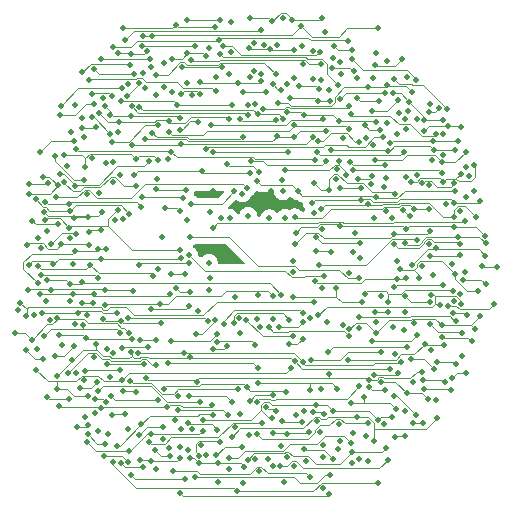
<source format=gbr>
%TF.GenerationSoftware,KiCad,Pcbnew,9.0.2*%
%TF.CreationDate,2025-11-21T20:47:09-08:00*%
%TF.ProjectId,LED Watch,4c454420-5761-4746-9368-2e6b69636164,rev?*%
%TF.SameCoordinates,Original*%
%TF.FileFunction,Copper,L2,Inr*%
%TF.FilePolarity,Positive*%
%FSLAX46Y46*%
G04 Gerber Fmt 4.6, Leading zero omitted, Abs format (unit mm)*
G04 Created by KiCad (PCBNEW 9.0.2) date 2025-11-21 20:47:09*
%MOMM*%
%LPD*%
G01*
G04 APERTURE LIST*
%TA.AperFunction,ViaPad*%
%ADD10C,0.500000*%
%TD*%
%TA.AperFunction,Conductor*%
%ADD11C,0.100000*%
%TD*%
G04 APERTURE END LIST*
D10*
%TO.N,Net-(U135-PD6)*%
X99039200Y-106574400D03*
X98472900Y-105706600D03*
X103188200Y-105449500D03*
%TO.N,Net-(U135-PD7)*%
X104322100Y-105697300D03*
X102351500Y-106109100D03*
%TO.N,Net-(U134-SDx)*%
X94217900Y-95183700D03*
X90729000Y-95112500D03*
%TO.N,Net-(U134-SCx)*%
X91939500Y-94379600D03*
X94411400Y-94509900D03*
%TO.N,Net-(U134-INT1)*%
X92673700Y-96016600D03*
X93923500Y-96271800D03*
X99711100Y-96647700D03*
X100463700Y-105395400D03*
%TO.N,Net-(U135-PF2)*%
X99214400Y-94784600D03*
X99529500Y-105460700D03*
X103489000Y-106870900D03*
%TO.N,Net-(U135-PF3)*%
X108273600Y-106874400D03*
X101448500Y-106113600D03*
X101500100Y-96878100D03*
%TO.N,Net-(U135-PF1)*%
X98128100Y-96841500D03*
X97878800Y-107684700D03*
X96739400Y-107903200D03*
%TO.N,Net-(U135-PF0)*%
X97378400Y-96866600D03*
X97100300Y-106646000D03*
X93139900Y-107303800D03*
%TO.N,/R5*%
X94745100Y-103085800D03*
X93610800Y-102796200D03*
X117510400Y-90339000D03*
X93929100Y-99562300D03*
X94306800Y-108263500D03*
X86485500Y-86379400D03*
X88155300Y-86526800D03*
X88655700Y-89585200D03*
X103794900Y-113497500D03*
X88301400Y-92141200D03*
X88727700Y-96183100D03*
X94062200Y-114733600D03*
X92487900Y-115585300D03*
X104322100Y-109074700D03*
X115332300Y-90339000D03*
X108165300Y-81883200D03*
X107504200Y-83625600D03*
X97239300Y-81757200D03*
X112648700Y-109036800D03*
X112937600Y-106295100D03*
X88254200Y-82392000D03*
X84532700Y-97678400D03*
X119813100Y-102464200D03*
X117862200Y-102099200D03*
X112949900Y-104826100D03*
X111747600Y-90526000D03*
X109696600Y-90106600D03*
X83732500Y-106756200D03*
X90384100Y-108260000D03*
X89897900Y-107105600D03*
X104595200Y-117427200D03*
X85938700Y-107003300D03*
X82504300Y-96995000D03*
%TO.N,/Second9*%
X85081100Y-87315000D03*
X86214000Y-85195300D03*
X102849600Y-96835500D03*
X103106900Y-91288800D03*
X96759100Y-91288800D03*
X96973000Y-86128500D03*
%TO.N,/Hour1*%
X105901900Y-111318700D03*
X105931400Y-102798400D03*
X113050600Y-101937500D03*
X105386200Y-102222500D03*
X111974800Y-106045700D03*
X112348700Y-102015400D03*
X105623200Y-86943200D03*
X103215900Y-86703400D03*
X101260200Y-86145600D03*
X99241700Y-86225900D03*
X111182200Y-94232000D03*
X106596600Y-86956200D03*
X105658000Y-90369200D03*
X109069800Y-90402300D03*
X110096600Y-94006800D03*
%TO.N,/Second5*%
X106061100Y-116110900D03*
X107278300Y-116392700D03*
X109715300Y-115292600D03*
X103581400Y-117832500D03*
X101822300Y-117888000D03*
X94715300Y-100003800D03*
X106149200Y-101800400D03*
X106388300Y-105668100D03*
X107712700Y-105937400D03*
%TO.N,/B1*%
X99242300Y-119300300D03*
X99660000Y-117333000D03*
X89032700Y-85883300D03*
X89895400Y-87411800D03*
X98873400Y-111368800D03*
X110277600Y-84979000D03*
X99057900Y-113484000D03*
X117224800Y-94554300D03*
X110516000Y-95092400D03*
X109571100Y-89010600D03*
X110837200Y-89409200D03*
X116489300Y-95675300D03*
X81401800Y-107141000D03*
X99705300Y-88127100D03*
X99699300Y-87313600D03*
X99835500Y-84938300D03*
X81173900Y-93943600D03*
X82763400Y-93877800D03*
X103919500Y-94589500D03*
X100445500Y-93750300D03*
X89732500Y-110620600D03*
X89590800Y-106561000D03*
X83823500Y-87378900D03*
X117817100Y-106629100D03*
X115106800Y-105852100D03*
X115133100Y-103999200D03*
X112990900Y-103471100D03*
X110919600Y-103471100D03*
X111398800Y-116327100D03*
X83531700Y-105357400D03*
X79980100Y-106549000D03*
X108463200Y-116693700D03*
%TO.N,/Second8*%
X80937300Y-105125800D03*
X105287500Y-103923700D03*
X80382400Y-104019900D03*
%TO.N,/Second1*%
X103425600Y-80122200D03*
X101752400Y-80209700D03*
X106975900Y-82253100D03*
X108520900Y-82632100D03*
X99843700Y-79909300D03*
X98538600Y-94591100D03*
X94888000Y-95678500D03*
X94532900Y-97021000D03*
X106000400Y-79952900D03*
%TO.N,/Minute1*%
X101533400Y-82531300D03*
X99799400Y-82491000D03*
X106823000Y-84130600D03*
X108648800Y-84432100D03*
X103487600Y-100506200D03*
X104004800Y-85681500D03*
X105731300Y-85933900D03*
X105912200Y-85145300D03*
X103563500Y-82629600D03*
%TO.N,/Minute7*%
X101787000Y-103421200D03*
X92228900Y-104161700D03*
X91877600Y-107196100D03*
X90587400Y-107207100D03*
X90231000Y-111578400D03*
X89148300Y-111492300D03*
X85011900Y-105805500D03*
X86100300Y-105102400D03*
X87622800Y-104228900D03*
%TO.N,/Second10*%
X89746300Y-82974900D03*
X96379000Y-102924100D03*
X96921000Y-80644500D03*
X93618200Y-80491300D03*
X91183700Y-82717700D03*
X89133500Y-80807800D03*
X88711300Y-82914400D03*
%TO.N,/R2*%
X102640900Y-79882800D03*
X102112500Y-82217800D03*
X102055200Y-84671700D03*
X117161400Y-95542300D03*
X98052700Y-118087000D03*
X91942900Y-84763000D03*
X119295700Y-95454000D03*
X105108100Y-95580800D03*
X97974700Y-113529500D03*
X86628200Y-103321900D03*
X85810800Y-93637600D03*
X98325300Y-115380200D03*
X110388900Y-115755300D03*
X84873600Y-103267700D03*
X109254200Y-95357300D03*
X109254200Y-94313800D03*
X107477200Y-94312600D03*
X107759200Y-90085900D03*
X93805600Y-113095700D03*
X93794500Y-111929200D03*
X93126100Y-103287000D03*
X83316100Y-91635300D03*
X116133100Y-106941500D03*
X118636700Y-107306900D03*
X107473700Y-86746700D03*
X115674400Y-113808500D03*
X87234900Y-83354800D03*
X91416000Y-83364000D03*
X113177000Y-84921200D03*
X111280100Y-86306300D03*
X108928800Y-113664600D03*
X88203600Y-113499900D03*
X89259100Y-113432000D03*
X82065500Y-103299100D03*
%TO.N,/G4*%
X94532600Y-85382700D03*
X87273800Y-100307400D03*
X94864500Y-83453900D03*
X86929600Y-110719800D03*
X81110200Y-100818900D03*
X83211000Y-100755900D03*
X105857300Y-83837100D03*
X85483200Y-111255700D03*
X94036900Y-100268700D03*
X94376700Y-118943200D03*
X89796800Y-118601300D03*
X89560000Y-117530700D03*
X87480200Y-117011500D03*
X87600500Y-115958100D03*
X86151100Y-115165600D03*
X115618900Y-112237600D03*
X114527900Y-110589600D03*
X114384500Y-100929700D03*
X119522700Y-100884300D03*
X116634000Y-89032400D03*
X114583500Y-89478700D03*
X93918700Y-120107000D03*
X106565400Y-120214300D03*
X116516200Y-87587400D03*
X112030800Y-85079800D03*
X116995400Y-100763000D03*
X117737500Y-89105800D03*
X120779100Y-100969100D03*
X116409400Y-110726000D03*
X116644800Y-104304000D03*
X120532300Y-104157800D03*
X106041700Y-119727200D03*
X105794500Y-114937100D03*
%TO.N,/Minute8*%
X84582700Y-102448400D03*
X102510100Y-103345200D03*
X85629400Y-102275200D03*
X81891900Y-98544500D03*
X82707500Y-102141100D03*
%TO.N,/Minute9*%
X83415500Y-95066600D03*
X84346400Y-92480400D03*
X99618600Y-94310300D03*
X85630500Y-89203400D03*
X86817600Y-89106600D03*
%TO.N,/R3*%
X113096000Y-97823700D03*
X103720200Y-98083900D03*
X113055100Y-93405300D03*
X97332200Y-115820800D03*
X87683100Y-112446100D03*
X86721300Y-112193400D03*
X91602800Y-81465300D03*
X104198700Y-80590800D03*
X88022400Y-110286300D03*
X95570100Y-116962200D03*
X119767000Y-98368000D03*
X117120800Y-97623400D03*
X82186200Y-101684500D03*
X86989000Y-101939100D03*
X113025800Y-88499000D03*
X113204800Y-87818000D03*
X115063900Y-87233600D03*
X110666900Y-80807800D03*
X82111200Y-91250000D03*
X84976500Y-90351500D03*
X90841300Y-81465300D03*
X89735000Y-83927700D03*
X85664400Y-84512900D03*
X115166300Y-108006000D03*
X114998600Y-99049100D03*
X107357800Y-114263600D03*
X107510500Y-97569200D03*
X107474300Y-115743000D03*
%TO.N,/B3*%
X95206600Y-118787900D03*
X90224400Y-91858800D03*
X92096800Y-91978400D03*
X92614800Y-85759900D03*
X96172600Y-116914900D03*
X85201000Y-114517300D03*
X86128300Y-114362100D03*
X86986400Y-111471200D03*
X87725100Y-107958300D03*
X89987500Y-103023400D03*
X81059600Y-102920200D03*
X82976500Y-102918400D03*
X94731100Y-100681600D03*
X90507000Y-100797600D03*
X106674700Y-118645500D03*
X95614800Y-112452400D03*
X95681100Y-116113700D03*
X93026300Y-89570200D03*
X84140100Y-91543700D03*
X87589900Y-102965900D03*
X85923900Y-92503600D03*
X103569200Y-84991800D03*
X103580700Y-88989000D03*
X115423200Y-109617800D03*
X113498200Y-108793000D03*
X111860200Y-96811800D03*
X112077400Y-99054300D03*
X117618600Y-99038400D03*
X111362500Y-93475800D03*
X112463200Y-87933000D03*
X112269800Y-89717100D03*
X108264700Y-89327700D03*
X108296400Y-92102200D03*
X111307900Y-92363900D03*
%TO.N,/Second6*%
X91520300Y-117447400D03*
X96380200Y-100652800D03*
X94766600Y-117194600D03*
X93935900Y-117152300D03*
X95541200Y-117582500D03*
X99373300Y-117897500D03*
X97190600Y-117622300D03*
X90581200Y-117337400D03*
%TO.N,/Hour2*%
X99590100Y-111160700D03*
X103507800Y-101398800D03*
X102880700Y-111562500D03*
X92594100Y-111288900D03*
X92314800Y-105742300D03*
X88946300Y-105556100D03*
X87428500Y-105369800D03*
X87222600Y-97907700D03*
X86217400Y-98012300D03*
X87674100Y-92157400D03*
X92079900Y-88986000D03*
X88201400Y-90394900D03*
%TO.N,/G3*%
X104273600Y-82329000D03*
X104319700Y-83850000D03*
X105926200Y-97800100D03*
X106532300Y-94489300D03*
X105311700Y-93893700D03*
X88252100Y-108282400D03*
X105330100Y-91981800D03*
X92555600Y-83747800D03*
X93284300Y-86226600D03*
X93209000Y-91234300D03*
X88091100Y-111906800D03*
X117487000Y-98436100D03*
X119807000Y-98992300D03*
X112141200Y-94780700D03*
X87675600Y-99502100D03*
X81875500Y-102378100D03*
X85135100Y-91022700D03*
X112988200Y-98994600D03*
X85067900Y-99617700D03*
X84890500Y-100755500D03*
X108484100Y-117622000D03*
X106917800Y-117296300D03*
X118146500Y-109960800D03*
X116956000Y-110378300D03*
X113090500Y-89302500D03*
X87031800Y-99447200D03*
X86479800Y-91805900D03*
X97024800Y-116896100D03*
X99228500Y-116202900D03*
X104444500Y-116401400D03*
X98576100Y-114573800D03*
X98320300Y-112406900D03*
X94735900Y-111909800D03*
X92095200Y-112284400D03*
%TO.N,/G6*%
X89758600Y-88256000D03*
X93939000Y-88348800D03*
X108249000Y-87403800D03*
X100930100Y-87611300D03*
X100774800Y-85288000D03*
X98812500Y-85389400D03*
X108618900Y-92829000D03*
X116161800Y-93053300D03*
X118131000Y-92571400D03*
X87560600Y-87352700D03*
X87446300Y-86694500D03*
X88021300Y-88132900D03*
X87318800Y-96337800D03*
X82386100Y-96335700D03*
X95640200Y-85316000D03*
X95640200Y-86347000D03*
X94014500Y-86336000D03*
X117149100Y-103895700D03*
X112221100Y-113057700D03*
X112949500Y-115288800D03*
X108400900Y-112554600D03*
X112122500Y-115382900D03*
X111507100Y-117336200D03*
X103528700Y-103522000D03*
X109337700Y-103999200D03*
X109522900Y-111978500D03*
X90828800Y-117974300D03*
X88928000Y-117611000D03*
X88866600Y-109738400D03*
X85872400Y-109786000D03*
X85002200Y-107660900D03*
X83314600Y-108525100D03*
X102441200Y-117811200D03*
X102743400Y-119211900D03*
X107144500Y-102798000D03*
X107226100Y-92738600D03*
X107104700Y-93542100D03*
X84929000Y-96893000D03*
X86127000Y-96731600D03*
%TO.N,/Minute10*%
X93271400Y-83373400D03*
X94539100Y-82909800D03*
X90841600Y-84543100D03*
X97491600Y-84098600D03*
X94139700Y-84077400D03*
X96118300Y-83108700D03*
X100633300Y-92943600D03*
X97893700Y-92249700D03*
X89416900Y-86554600D03*
X90451000Y-85405000D03*
%TO.N,/G2*%
X105277200Y-96399600D03*
X110490600Y-88747000D03*
X110666900Y-119270200D03*
X98741500Y-119956700D03*
X108546300Y-115055200D03*
X119039900Y-96804600D03*
X117123400Y-96740600D03*
X105902600Y-96069900D03*
X91482000Y-84047800D03*
X91914700Y-86464100D03*
X102983200Y-85494100D03*
X103038200Y-87895300D03*
X109824700Y-117428400D03*
X109884200Y-95655600D03*
X104422400Y-88153100D03*
X91605700Y-89642200D03*
X99244400Y-89967400D03*
X99022000Y-88446400D03*
X102068100Y-88516000D03*
X107372400Y-88634600D03*
X117821600Y-108548800D03*
X87844800Y-115154600D03*
X88284700Y-117516900D03*
X91280700Y-92039100D03*
X93509700Y-113981000D03*
X83805700Y-93132200D03*
X85050200Y-94168000D03*
X84656200Y-103880700D03*
%TO.N,/Second2*%
X116214800Y-91505800D03*
X116224000Y-89742600D03*
X114617200Y-88546800D03*
X116219900Y-88546800D03*
X111961800Y-86293700D03*
X113321100Y-87007300D03*
X110459100Y-83919900D03*
X112704000Y-83416200D03*
X96475900Y-96377500D03*
X96125000Y-91051900D03*
X111093500Y-90003900D03*
%TO.N,/Second3*%
X118058100Y-97076300D03*
X118043400Y-101394900D03*
X117661000Y-103271200D03*
X96708400Y-97663800D03*
X118112900Y-95090900D03*
X118418300Y-93311300D03*
%TO.N,/Minute6*%
X97047500Y-114762400D03*
X94580100Y-114231300D03*
X101847600Y-105396900D03*
X99748600Y-115210400D03*
X99823500Y-112355000D03*
X101772200Y-111859500D03*
%TO.N,/Second7*%
X81768000Y-109700200D03*
X104919400Y-105357200D03*
X104322100Y-107093900D03*
X103187900Y-107535400D03*
X103355900Y-109593700D03*
X81847200Y-107942600D03*
X83538600Y-111313100D03*
X89516300Y-114689800D03*
X89033200Y-110558000D03*
X86137800Y-111916600D03*
X86725800Y-113361000D03*
X85927400Y-113699000D03*
%TO.N,Net-(J1-~{RST})*%
X109171400Y-98993000D03*
X105482700Y-98492800D03*
X104321000Y-104865600D03*
X97668200Y-105825900D03*
%TO.N,/B5*%
X112066200Y-111886300D03*
X112138000Y-108331900D03*
X115272800Y-91948800D03*
X93004800Y-116321400D03*
X89782300Y-108231700D03*
X106534800Y-86052600D03*
X106850500Y-83326500D03*
X106038300Y-88495400D03*
X108383700Y-88045000D03*
X115614800Y-89770300D03*
X94793900Y-108652600D03*
X95420300Y-104698600D03*
X111713700Y-109626700D03*
X110476200Y-104827400D03*
X111587200Y-104827400D03*
X96551100Y-88945200D03*
X116228500Y-102487500D03*
X83538600Y-110252600D03*
X112081000Y-102734100D03*
X103683700Y-108953500D03*
X102993900Y-117129100D03*
X91900600Y-118122200D03*
X113933800Y-113497900D03*
X84825200Y-108835200D03*
X83033200Y-99039700D03*
X87051100Y-94699400D03*
X86045900Y-94844500D03*
X85171900Y-98200900D03*
X85597700Y-104012200D03*
X86611200Y-104012200D03*
X86813100Y-107530500D03*
X82138000Y-99406400D03*
%TO.N,/R6*%
X88937300Y-86961700D03*
X93701500Y-87245000D03*
X89572600Y-105346500D03*
X118119000Y-91226500D03*
X96291700Y-105546700D03*
X84614300Y-96257300D03*
X89650900Y-96517200D03*
X116102700Y-92120000D03*
X81703100Y-95268000D03*
X98246100Y-80256200D03*
X110432900Y-91962100D03*
X98246100Y-82828500D03*
X108946500Y-84995700D03*
X108789300Y-98150600D03*
X108987800Y-93510300D03*
X110216300Y-93327600D03*
X113024600Y-113179700D03*
X117078700Y-103002500D03*
X111513400Y-104000800D03*
X98298100Y-87245000D03*
X109625100Y-103247300D03*
X108550900Y-99741200D03*
X110538300Y-82840800D03*
X100525900Y-110803900D03*
X100325100Y-107591200D03*
X97042600Y-107321800D03*
X82447300Y-106871800D03*
X104963100Y-111403400D03*
X104259300Y-114157200D03*
X102573300Y-114071700D03*
X102477400Y-116181500D03*
X88893100Y-106590500D03*
X100525900Y-109523100D03*
X92915700Y-109113200D03*
X92511400Y-114558600D03*
X90504600Y-115231700D03*
X107192900Y-111290500D03*
X111328500Y-111421200D03*
X85747000Y-105938800D03*
X109928100Y-111190600D03*
%TO.N,/G1*%
X102851000Y-92827300D03*
X102696000Y-88444200D03*
X100514000Y-88086800D03*
X90501300Y-87412500D03*
X89558000Y-85475100D03*
X84536700Y-95655000D03*
X82535000Y-95468900D03*
X100201000Y-82019800D03*
X100233100Y-84399800D03*
X116107800Y-105946900D03*
X118861600Y-94537000D03*
X119298600Y-105150800D03*
X90653600Y-95897800D03*
X118917700Y-106246200D03*
X82929100Y-105460500D03*
X107973800Y-93193300D03*
X108279700Y-106253700D03*
X100276600Y-117298300D03*
X100437100Y-115127100D03*
X111246200Y-114315200D03*
X109863800Y-114250600D03*
X110491300Y-106553800D03*
X100656800Y-118297500D03*
X100314700Y-87239400D03*
X90675800Y-114325200D03*
X88606400Y-116145200D03*
X96689300Y-113570900D03*
X110299300Y-90651300D03*
X107393600Y-92019600D03*
%TO.N,/G5*%
X88040500Y-89716600D03*
X94721300Y-104261300D03*
X91469100Y-104538200D03*
X86452900Y-88336700D03*
X112541400Y-101175500D03*
X93070500Y-117036400D03*
X91833600Y-116526000D03*
X91928800Y-109308900D03*
X84462000Y-109965300D03*
X117210100Y-91064200D03*
X107608600Y-84641000D03*
X106701700Y-91113400D03*
X115455000Y-91083400D03*
X88839500Y-93212000D03*
X96355600Y-82474500D03*
X96962900Y-84955100D03*
X111384200Y-96281400D03*
X111567700Y-91146800D03*
X95772300Y-92912900D03*
X106329100Y-92017100D03*
X99930200Y-92048800D03*
X99848500Y-93010100D03*
X119165000Y-103015400D03*
X117216000Y-101627900D03*
X90067800Y-93207600D03*
X113144800Y-111710400D03*
X114894400Y-112197100D03*
X113772900Y-105774500D03*
X114171500Y-101933200D03*
X110982200Y-110730500D03*
X110491300Y-105683800D03*
X110982200Y-108157600D03*
X105034800Y-108850200D03*
X104414400Y-113161100D03*
X84581600Y-98544500D03*
X88410400Y-97055800D03*
X88229100Y-93774500D03*
X82685900Y-97936000D03*
%TO.N,/Second4*%
X94756600Y-98473400D03*
X109060800Y-101945400D03*
X109101200Y-105251200D03*
X117317300Y-105543400D03*
X116863800Y-111373500D03*
X115701800Y-109013800D03*
X117313500Y-109253800D03*
X114612100Y-111295200D03*
X114521300Y-114242000D03*
X113684700Y-114196000D03*
%TO.N,/B2*%
X90975800Y-85880900D03*
X103656300Y-96773400D03*
X90986300Y-90202700D03*
X103608900Y-89954000D03*
X101007900Y-82166500D03*
X102129900Y-89873300D03*
X92867900Y-112880500D03*
X96614200Y-112727600D03*
X117609600Y-96265900D03*
X115026800Y-96099300D03*
X113733800Y-96078600D03*
X114670200Y-107480600D03*
X87007500Y-114873700D03*
X87228300Y-112938100D03*
X116278800Y-107565900D03*
X106328400Y-89486200D03*
X110180800Y-87786000D03*
X112372000Y-86887300D03*
X108130200Y-108896100D03*
X108389800Y-115863500D03*
X98081000Y-117171200D03*
X84146000Y-93767700D03*
X90203200Y-94172600D03*
X109102400Y-117225700D03*
X97117800Y-119201600D03*
X83721000Y-112728500D03*
X82573800Y-103897600D03*
X81549800Y-105083100D03*
%TO.N,/Minute2*%
X113982200Y-93190900D03*
X113993400Y-98719700D03*
X105669400Y-100852000D03*
X111426900Y-88795200D03*
X110778900Y-86936500D03*
X108932000Y-86657100D03*
%TO.N,/B6*%
X106924600Y-113195500D03*
X88784000Y-88700500D03*
X105655500Y-105089200D03*
X101369600Y-117293300D03*
X101702400Y-113784500D03*
X117740600Y-104162600D03*
X111848000Y-113672200D03*
X83579200Y-97322900D03*
X98086300Y-84698000D03*
X97332300Y-83005600D03*
X107319500Y-85622600D03*
X92975000Y-88657200D03*
X81415700Y-97090100D03*
X98057500Y-88446400D03*
X80907100Y-108020400D03*
X82318600Y-108791600D03*
X84539900Y-112146600D03*
X82644000Y-111969000D03*
X83972000Y-107576800D03*
X117160900Y-93928000D03*
X114401800Y-93928000D03*
X115161900Y-103349800D03*
X115984100Y-104183400D03*
X105434200Y-112655300D03*
X110696300Y-113932900D03*
X95848800Y-113929500D03*
X95848800Y-114875500D03*
X91504000Y-115144400D03*
X87077200Y-87965000D03*
X83751900Y-88117000D03*
X86664900Y-87182900D03*
X89608000Y-116569200D03*
X86078900Y-115846300D03*
%TO.N,/R4*%
X94968900Y-114735300D03*
X94650500Y-116454400D03*
X96893500Y-105449900D03*
X95271300Y-106648100D03*
X95396300Y-110701300D03*
X106227700Y-81089200D03*
X105816000Y-82760900D03*
X94491600Y-80100200D03*
X97284400Y-80055100D03*
X97610800Y-82266800D03*
X115888500Y-87557200D03*
X115028500Y-87899700D03*
X114015100Y-88489200D03*
X113926700Y-85178800D03*
X108492500Y-83392100D03*
X115034600Y-94086900D03*
X117633200Y-99986300D03*
X115101300Y-100074000D03*
X114021200Y-106759600D03*
X110151000Y-107277100D03*
X109896900Y-110554500D03*
X114428400Y-109861500D03*
X85627700Y-88346600D03*
X86627100Y-84195700D03*
X90030900Y-84662100D03*
X90691400Y-82298400D03*
X95246000Y-82298400D03*
X106557200Y-110038300D03*
X106042500Y-117111400D03*
X105514100Y-114081300D03*
X91068500Y-110408400D03*
X90859900Y-109205600D03*
X87723000Y-109174900D03*
X85131500Y-109998100D03*
X86685000Y-108653300D03*
X96438200Y-101953100D03*
X83855800Y-99092000D03*
X86191600Y-99117100D03*
X81015100Y-99097900D03*
%TO.N,/Minute5*%
X101832000Y-115081200D03*
X100752400Y-106106200D03*
X102973300Y-115135000D03*
X102042100Y-113174800D03*
X101201600Y-112839700D03*
X104824400Y-114929200D03*
X105227000Y-113277800D03*
X106112100Y-113436100D03*
%TO.N,/Minute4*%
X105416700Y-99661800D03*
X106712200Y-99767200D03*
X106491800Y-108178000D03*
X113124500Y-107812500D03*
X112362300Y-109952900D03*
X110361000Y-110112200D03*
%TO.N,/R1*%
X116215400Y-93776800D03*
X102546900Y-93618000D03*
X100829200Y-84686200D03*
X101776700Y-85525800D03*
X102489700Y-85993300D03*
X102195200Y-87112500D03*
X109848400Y-85801900D03*
X111470100Y-83577500D03*
X111491700Y-85627500D03*
X89319900Y-81785400D03*
X100762500Y-80918000D03*
X113535700Y-93775700D03*
X113576900Y-86194000D03*
X118799200Y-92399900D03*
X117717800Y-93116200D03*
X118242500Y-105065400D03*
X117087900Y-104929100D03*
X82353600Y-93340600D03*
X83600300Y-94082600D03*
X109101200Y-106126200D03*
X109088500Y-111105200D03*
X91281800Y-115823900D03*
X100888900Y-114224400D03*
X82268900Y-104914800D03*
X100453700Y-112399000D03*
X91229100Y-107811300D03*
X89004600Y-107873100D03*
X88638500Y-104879300D03*
X85296800Y-104914800D03*
X81135100Y-94787000D03*
X80250400Y-104645000D03*
%TO.N,/B4*%
X105219700Y-85063000D03*
X94934300Y-86459700D03*
X95486300Y-88726100D03*
X86359300Y-100814600D03*
X93908500Y-89391700D03*
X85821700Y-110592700D03*
X81897600Y-100921200D03*
X93142400Y-101552000D03*
X91666600Y-101751000D03*
X112894800Y-91233700D03*
X105560700Y-91281200D03*
X94347300Y-101579400D03*
X105163400Y-82675500D03*
X112775800Y-96158100D03*
X113395000Y-96675100D03*
X105196300Y-89978600D03*
X93980300Y-90598600D03*
X84680300Y-89595400D03*
X85831400Y-89998800D03*
X113581000Y-100832100D03*
X115646300Y-99399500D03*
X119791200Y-100080800D03*
X93366300Y-118303400D03*
X89859500Y-90708800D03*
X93951100Y-116283300D03*
X104936500Y-118812300D03*
X113667100Y-110730500D03*
%TO.N,/Minute3*%
X115083600Y-97973800D03*
X103639400Y-99080500D03*
X112061100Y-98232900D03*
X112283600Y-100522100D03*
X115385200Y-101663800D03*
%TO.N,Net-(J1-VCC)*%
X92895600Y-91846400D03*
X89133500Y-96946600D03*
X92393500Y-98502500D03*
X109197700Y-100230700D03*
X108275900Y-101500000D03*
X102653700Y-94589000D03*
X98630300Y-103500200D03*
%TO.N,Net-(J1-GND)*%
X110325000Y-96845700D03*
X96517800Y-99662100D03*
X92009500Y-93537500D03*
X92040400Y-101162400D03*
X101609000Y-94587900D03*
X98908800Y-105291500D03*
X100536700Y-103398400D03*
X96721900Y-94591100D03*
%TD*%
D11*
%TO.N,Net-(U135-PD6)*%
X102623400Y-104884700D02*
X103188200Y-105449500D01*
X98734000Y-104884700D02*
X102623400Y-104884700D01*
X98472900Y-105145800D02*
X98734000Y-104884700D01*
X98472900Y-105706600D02*
X98472900Y-105145800D01*
%TO.N,Net-(U135-PD7)*%
X103910300Y-106109100D02*
X102351500Y-106109100D01*
X104322100Y-105697300D02*
X103910300Y-106109100D01*
%TO.N,Net-(U134-SDx)*%
X94146700Y-95112500D02*
X90729000Y-95112500D01*
X94217900Y-95183700D02*
X94146700Y-95112500D01*
%TO.N,Net-(U134-SCx)*%
X92069800Y-94509900D02*
X91939500Y-94379600D01*
X94411400Y-94509900D02*
X92069800Y-94509900D01*
%TO.N,Net-(U134-INT1)*%
X93668300Y-96016600D02*
X93923500Y-96271800D01*
X92673700Y-96016600D02*
X93668300Y-96016600D01*
%TO.N,Net-(U135-PF2)*%
X100939700Y-106870900D02*
X99529500Y-105460700D01*
X103489000Y-106870900D02*
X100939700Y-106870900D01*
%TO.N,Net-(U135-PF3)*%
X107837100Y-106437900D02*
X108273600Y-106874400D01*
X103155000Y-106437900D02*
X107837100Y-106437900D01*
X103082100Y-106510800D02*
X103155000Y-106437900D01*
X101845700Y-106510800D02*
X103082100Y-106510800D01*
X101448500Y-106113600D02*
X101845700Y-106510800D01*
%TO.N,Net-(U135-PF1)*%
X97660300Y-107903200D02*
X96739400Y-107903200D01*
X97878800Y-107684700D02*
X97660300Y-107903200D01*
%TO.N,Net-(U135-PF0)*%
X96442500Y-107303800D02*
X93139900Y-107303800D01*
X97100300Y-106646000D02*
X96442500Y-107303800D01*
%TO.N,/R5*%
X89765500Y-82392000D02*
X88254200Y-82392000D01*
X90285500Y-81872000D02*
X89765500Y-82392000D01*
X97124500Y-81872000D02*
X90285500Y-81872000D01*
X97239300Y-81757200D02*
X97124500Y-81872000D01*
X112545100Y-109140400D02*
X112648700Y-109036800D01*
X110453200Y-109140400D02*
X112545100Y-109140400D01*
X110295800Y-109297800D02*
X110453200Y-109140400D01*
X104545200Y-109297800D02*
X110295800Y-109297800D01*
X104322100Y-109074700D02*
X104545200Y-109297800D01*
X108070800Y-81788700D02*
X108165300Y-81883200D01*
X104987100Y-81788700D02*
X108070800Y-81788700D01*
X104793800Y-81595400D02*
X104987100Y-81788700D01*
X97401100Y-81595400D02*
X104793800Y-81595400D01*
X97239300Y-81757200D02*
X97401100Y-81595400D01*
X119448100Y-102099200D02*
X117862200Y-102099200D01*
X119813100Y-102464200D02*
X119448100Y-102099200D01*
X111934600Y-90339000D02*
X111747600Y-90526000D01*
X115332300Y-90339000D02*
X111934600Y-90339000D01*
X115332300Y-90339000D02*
X117510400Y-90339000D01*
X86572100Y-86292800D02*
X86485500Y-86379400D01*
X87921300Y-86292800D02*
X86572100Y-86292800D01*
X88155300Y-86526800D02*
X87921300Y-86292800D01*
X94319400Y-108250900D02*
X94306800Y-108263500D01*
X94960300Y-108250900D02*
X94319400Y-108250900D01*
X95019100Y-108309700D02*
X94960300Y-108250900D01*
X103608000Y-108309700D02*
X95019100Y-108309700D01*
X104322100Y-109023800D02*
X103608000Y-108309700D01*
X104322100Y-109074700D02*
X104322100Y-109023800D01*
X90387600Y-108263500D02*
X90384100Y-108260000D01*
X94306800Y-108263500D02*
X90387600Y-108263500D01*
X85691600Y-106756200D02*
X83732500Y-106756200D01*
X85938700Y-107003300D02*
X85691600Y-106756200D01*
X86041000Y-107105600D02*
X85938700Y-107003300D01*
X89897900Y-107105600D02*
X86041000Y-107105600D01*
X89914000Y-99562300D02*
X87856100Y-97504400D01*
X93929100Y-99562300D02*
X89914000Y-99562300D01*
X93900400Y-103085800D02*
X93610800Y-102796200D01*
X94745100Y-103085800D02*
X93900400Y-103085800D01*
X87856100Y-96916800D02*
X87856100Y-97504400D01*
X88589800Y-96183100D02*
X87856100Y-96916800D01*
X88727700Y-96183100D02*
X88589800Y-96183100D01*
X84706700Y-97504400D02*
X84532700Y-97678400D01*
X87856100Y-97504400D02*
X84706700Y-97504400D01*
X82604300Y-96895000D02*
X82504300Y-96995000D01*
X83749300Y-96895000D02*
X82604300Y-96895000D01*
X84532700Y-97678400D02*
X83749300Y-96895000D01*
%TO.N,/Second9*%
X103106900Y-91288800D02*
X96759100Y-91288800D01*
X96670900Y-85826400D02*
X96973000Y-86128500D01*
X94181900Y-85826400D02*
X96670900Y-85826400D01*
X93704900Y-85349400D02*
X94181900Y-85826400D01*
X91079800Y-85349400D02*
X93704900Y-85349400D01*
X90690900Y-84960500D02*
X91079800Y-85349400D01*
X90300600Y-84960500D02*
X90690900Y-84960500D01*
X90197300Y-85063800D02*
X90300600Y-84960500D01*
X86345500Y-85063800D02*
X90197300Y-85063800D01*
X86214000Y-85195300D02*
X86345500Y-85063800D01*
%TO.N,/Hour1*%
X99322000Y-86145600D02*
X99241700Y-86225900D01*
X101260200Y-86145600D02*
X99322000Y-86145600D01*
X105383400Y-86703400D02*
X105623200Y-86943200D01*
X103215900Y-86703400D02*
X105383400Y-86703400D01*
X109558900Y-102015400D02*
X112348700Y-102015400D01*
X109227200Y-102347100D02*
X109558900Y-102015400D01*
X105510800Y-102347100D02*
X109227200Y-102347100D01*
X105386200Y-102222500D02*
X105510800Y-102347100D01*
X106583600Y-86943200D02*
X106596600Y-86956200D01*
X105623200Y-86943200D02*
X106583600Y-86943200D01*
X112972800Y-102015300D02*
X113050600Y-101937500D01*
X112348700Y-102015300D02*
X112972800Y-102015300D01*
X112348700Y-102015400D02*
X112348700Y-102015300D01*
X108771300Y-90402300D02*
X109069800Y-90402300D01*
X108053200Y-89684200D02*
X108771300Y-90402300D01*
X106698500Y-89684200D02*
X108053200Y-89684200D01*
X106013500Y-90369200D02*
X106698500Y-89684200D01*
X105658000Y-90369200D02*
X106013500Y-90369200D01*
%TO.N,/Second5*%
X104486800Y-101800400D02*
X106149200Y-101800400D01*
X104427600Y-101859600D02*
X104486800Y-101800400D01*
X103382300Y-101859600D02*
X104427600Y-101859600D01*
X102857200Y-101334500D02*
X103382300Y-101859600D01*
X96046000Y-101334500D02*
X102857200Y-101334500D01*
X94715300Y-100003800D02*
X96046000Y-101334500D01*
%TO.N,/B1*%
X103428700Y-94098700D02*
X103919500Y-94589500D01*
X100793900Y-94098700D02*
X103428700Y-94098700D01*
X100445500Y-93750300D02*
X100793900Y-94098700D01*
X113519000Y-103999200D02*
X112990900Y-103471100D01*
X115133100Y-103999200D02*
X113519000Y-103999200D01*
X85319100Y-85883300D02*
X83823500Y-87378900D01*
X89032700Y-85883300D02*
X85319100Y-85883300D01*
X112956000Y-94554300D02*
X117224800Y-94554300D01*
X112327900Y-95182400D02*
X112956000Y-94554300D01*
X110606000Y-95182400D02*
X112327900Y-95182400D01*
X110516000Y-95092400D02*
X110606000Y-95182400D01*
X115794500Y-106539800D02*
X115106800Y-105852100D01*
X117727800Y-106539800D02*
X115794500Y-106539800D01*
X117817100Y-106629100D02*
X117727800Y-106539800D01*
X104279200Y-94949200D02*
X103919500Y-94589500D01*
X110372800Y-94949200D02*
X104279200Y-94949200D01*
X110516000Y-95092400D02*
X110372800Y-94949200D01*
X90408300Y-87924700D02*
X89895400Y-87411800D01*
X99502900Y-87924700D02*
X90408300Y-87924700D01*
X99705300Y-88127100D02*
X99502900Y-87924700D01*
X82697600Y-93943600D02*
X81173900Y-93943600D01*
X82763400Y-93877800D02*
X82697600Y-93943600D01*
X111032200Y-116693700D02*
X111398800Y-116327100D01*
X108463200Y-116693700D02*
X111032200Y-116693700D01*
X83097700Y-105862200D02*
X83567100Y-105392800D01*
X82680600Y-105862200D02*
X83097700Y-105862200D01*
X81401800Y-107141000D02*
X82680600Y-105862200D01*
X83567100Y-105392800D02*
X83531700Y-105357400D01*
X80809800Y-106549000D02*
X79980100Y-106549000D01*
X81401800Y-107141000D02*
X80809800Y-106549000D01*
X93786900Y-111368800D02*
X98873400Y-111368800D01*
X93415600Y-111740100D02*
X93786900Y-111368800D01*
X92426900Y-111740100D02*
X93415600Y-111740100D01*
X91496900Y-110810100D02*
X92426900Y-111740100D01*
X89922000Y-110810100D02*
X91496900Y-110810100D01*
X89732500Y-110620600D02*
X89922000Y-110810100D01*
X109969700Y-89409200D02*
X109571100Y-89010600D01*
X110837200Y-89409200D02*
X109969700Y-89409200D01*
X100203800Y-116789200D02*
X99660000Y-117333000D01*
X102765800Y-116789200D02*
X100203800Y-116789200D01*
X102882400Y-116672600D02*
X102765800Y-116789200D01*
X103115200Y-116672600D02*
X102882400Y-116672600D01*
X103468100Y-117025500D02*
X103115200Y-116672600D01*
X104763200Y-117025500D02*
X103468100Y-117025500D01*
X105436800Y-117699100D02*
X104763200Y-117025500D01*
X107457800Y-117699100D02*
X105436800Y-117699100D01*
X108463200Y-116693700D02*
X107457800Y-117699100D01*
X85769100Y-105392800D02*
X83567100Y-105392800D01*
X86155200Y-105778900D02*
X85769100Y-105392800D01*
X88591300Y-105778900D02*
X86155200Y-105778900D01*
X88966700Y-106154300D02*
X88591300Y-105778900D01*
X89184100Y-106154300D02*
X88966700Y-106154300D01*
X89590800Y-106561000D02*
X89184100Y-106154300D01*
%TO.N,/Second8*%
X80941800Y-105121300D02*
X80937300Y-105125800D01*
X80941800Y-104579300D02*
X80941800Y-105121300D01*
X80382400Y-104019900D02*
X80941800Y-104579300D01*
X97077000Y-103923700D02*
X105287500Y-103923700D01*
X95900100Y-105100600D02*
X97077000Y-103923700D01*
X90041300Y-105100600D02*
X95900100Y-105100600D01*
X89370300Y-104429600D02*
X90041300Y-105100600D01*
X87990200Y-104429600D02*
X89370300Y-104429600D01*
X87789200Y-104630600D02*
X87990200Y-104429600D01*
X87456500Y-104630600D02*
X87789200Y-104630600D01*
X87255500Y-104429600D02*
X87456500Y-104630600D01*
X81091500Y-104429600D02*
X87255500Y-104429600D01*
X80941800Y-104579300D02*
X81091500Y-104429600D01*
%TO.N,/Second1*%
X101452000Y-79909300D02*
X101752400Y-80209700D01*
X99843700Y-79909300D02*
X101452000Y-79909300D01*
X107354900Y-82632100D02*
X106975900Y-82253100D01*
X108520900Y-82632100D02*
X107354900Y-82632100D01*
X101752400Y-80203300D02*
X101752400Y-80209700D01*
X102474600Y-79481100D02*
X101752400Y-80203300D01*
X102869800Y-79481100D02*
X102474600Y-79481100D01*
X103425600Y-80036900D02*
X102869800Y-79481100D01*
X103425600Y-80122200D02*
X103425600Y-80036900D01*
X105831100Y-80122200D02*
X103425600Y-80122200D01*
X106000400Y-79952900D02*
X105831100Y-80122200D01*
X97451200Y-95678500D02*
X94888000Y-95678500D01*
X98538600Y-94591100D02*
X97451200Y-95678500D01*
%TO.N,/Minute1*%
X108347300Y-84130600D02*
X108648800Y-84432100D01*
X106823000Y-84130600D02*
X108347300Y-84130600D01*
X105478900Y-85681500D02*
X105731300Y-85933900D01*
X104004800Y-85681500D02*
X105478900Y-85681500D01*
X101481200Y-82583500D02*
X101533400Y-82531300D01*
X99891900Y-82583500D02*
X101481200Y-82583500D01*
X99799400Y-82491000D02*
X99891900Y-82583500D01*
X101631700Y-82629600D02*
X101533400Y-82531300D01*
X103563500Y-82629600D02*
X101631700Y-82629600D01*
%TO.N,/Minute7*%
X90144900Y-111492300D02*
X90231000Y-111578400D01*
X89148300Y-111492300D02*
X90144900Y-111492300D01*
X91866600Y-107207100D02*
X90587400Y-107207100D01*
X91877600Y-107196100D02*
X91866600Y-107207100D01*
X92937200Y-104161700D02*
X92228900Y-104161700D01*
X93608600Y-103490300D02*
X92937200Y-104161700D01*
X97378400Y-103490300D02*
X93608600Y-103490300D01*
X97872500Y-102996200D02*
X97378400Y-103490300D01*
X101362000Y-102996200D02*
X97872500Y-102996200D01*
X101787000Y-103421200D02*
X101362000Y-102996200D01*
X87756000Y-104095700D02*
X87622800Y-104228900D01*
X92162900Y-104095700D02*
X87756000Y-104095700D01*
X92228900Y-104161700D02*
X92162900Y-104095700D01*
%TO.N,/Second10*%
X93301700Y-80807800D02*
X93618200Y-80491300D01*
X89133500Y-80807800D02*
X93301700Y-80807800D01*
X93771400Y-80644500D02*
X93618200Y-80491300D01*
X96921000Y-80644500D02*
X93771400Y-80644500D01*
X89684200Y-82914400D02*
X89746600Y-82976800D01*
X88711300Y-82914400D02*
X89684200Y-82914400D01*
X90924600Y-82976800D02*
X89746600Y-82976800D01*
X91183700Y-82717700D02*
X90924600Y-82976800D01*
X89746600Y-82975200D02*
X89746300Y-82974900D01*
X89746600Y-82976800D02*
X89746600Y-82975200D01*
%TO.N,/R2*%
X119207400Y-95542300D02*
X117161400Y-95542300D01*
X119295700Y-95454000D02*
X119207400Y-95542300D01*
X105331600Y-95357300D02*
X109254200Y-95357300D01*
X105108100Y-95580800D02*
X105331600Y-95357300D01*
X107478400Y-94313800D02*
X107477200Y-94312600D01*
X109254200Y-94313800D02*
X107478400Y-94313800D01*
X91386600Y-83393400D02*
X91416000Y-83364000D01*
X87273500Y-83393400D02*
X91386600Y-83393400D01*
X87234900Y-83354800D02*
X87273500Y-83393400D01*
X114766000Y-114716900D02*
X115674400Y-113808500D01*
X110388900Y-114716900D02*
X114766000Y-114716900D01*
X92886200Y-84763000D02*
X91942900Y-84763000D01*
X93973500Y-83675700D02*
X92886200Y-84763000D01*
X94306100Y-83675700D02*
X93973500Y-83675700D01*
X94487900Y-83857500D02*
X94306100Y-83675700D01*
X97164700Y-83857500D02*
X94487900Y-83857500D01*
X97325300Y-83696900D02*
X97164700Y-83857500D01*
X101080400Y-83696900D02*
X97325300Y-83696900D01*
X102055200Y-84671700D02*
X101080400Y-83696900D01*
X84935600Y-93637600D02*
X85810800Y-93637600D01*
X83316100Y-92018100D02*
X84935600Y-93637600D01*
X83316100Y-91635300D02*
X83316100Y-92018100D01*
X118360700Y-107030900D02*
X118636700Y-107306900D01*
X116222500Y-107030900D02*
X118360700Y-107030900D01*
X116133100Y-106941500D02*
X116222500Y-107030900D01*
X109372900Y-95238600D02*
X109254200Y-95357300D01*
X110035500Y-95238600D02*
X109372900Y-95238600D01*
X110316900Y-95520000D02*
X110035500Y-95238600D01*
X111007200Y-95520000D02*
X110316900Y-95520000D01*
X111050900Y-95476300D02*
X111007200Y-95520000D01*
X112319200Y-95476300D02*
X111050900Y-95476300D01*
X112521900Y-95273600D02*
X112319200Y-95476300D01*
X116892700Y-95273600D02*
X112521900Y-95273600D01*
X117161400Y-95542300D02*
X116892700Y-95273600D01*
X86574000Y-103267700D02*
X86628200Y-103321900D01*
X84873600Y-103267700D02*
X86574000Y-103267700D01*
X88271500Y-113432000D02*
X88203600Y-113499900D01*
X89259100Y-113432000D02*
X88271500Y-113432000D01*
X86780100Y-103473800D02*
X86628200Y-103321900D01*
X92939300Y-103473800D02*
X86780100Y-103473800D01*
X93126100Y-103287000D02*
X92939300Y-103473800D01*
X109845900Y-113664600D02*
X108928800Y-113664600D01*
X110388900Y-114207600D02*
X109845900Y-113664600D01*
X110388900Y-114716900D02*
X110388900Y-114207600D01*
X110388900Y-114716900D02*
X110388900Y-115755300D01*
X107974700Y-86245700D02*
X107473700Y-86746700D01*
X111219500Y-86245700D02*
X107974700Y-86245700D01*
X111280100Y-86306300D02*
X111219500Y-86245700D01*
X97574500Y-113129300D02*
X97974700Y-113529500D01*
X93839200Y-113129300D02*
X97574500Y-113129300D01*
X93805600Y-113095700D02*
X93839200Y-113129300D01*
X98337700Y-115380200D02*
X98325300Y-115380200D01*
X99052800Y-114665100D02*
X98337700Y-115380200D01*
X104362400Y-114665100D02*
X99052800Y-114665100D01*
X105347900Y-113679600D02*
X104362400Y-114665100D01*
X105680500Y-113679600D02*
X105347900Y-113679600D01*
X105838700Y-113837800D02*
X105680500Y-113679600D01*
X106278500Y-113837800D02*
X105838700Y-113837800D01*
X106456100Y-113660200D02*
X106278500Y-113837800D01*
X108924400Y-113660200D02*
X106456100Y-113660200D01*
X108928800Y-113664600D02*
X108924400Y-113660200D01*
X82089800Y-103323400D02*
X82065500Y-103299100D01*
X84817900Y-103323400D02*
X82089800Y-103323400D01*
X84873600Y-103267700D02*
X84817900Y-103323400D01*
%TO.N,/G4*%
X83659500Y-100307400D02*
X83211000Y-100755900D01*
X87273800Y-100307400D02*
X83659500Y-100307400D01*
X94942900Y-83532300D02*
X94864500Y-83453900D01*
X97204700Y-83532300D02*
X94942900Y-83532300D01*
X97288700Y-83448300D02*
X97204700Y-83532300D01*
X104486100Y-83448300D02*
X97288700Y-83448300D01*
X104874900Y-83837100D02*
X104486100Y-83448300D01*
X105857300Y-83837100D02*
X104874900Y-83837100D01*
X86393700Y-111255700D02*
X85483200Y-111255700D01*
X86929600Y-110719800D02*
X86393700Y-111255700D01*
X90138700Y-118943200D02*
X89796800Y-118601300D01*
X94376700Y-118943200D02*
X90138700Y-118943200D01*
X82973000Y-100517900D02*
X83211000Y-100755900D01*
X81411200Y-100517900D02*
X82973000Y-100517900D01*
X81110200Y-100818900D02*
X81411200Y-100517900D01*
X86943600Y-115958100D02*
X86151100Y-115165600D01*
X87600500Y-115958100D02*
X86943600Y-115958100D01*
X112458500Y-85507500D02*
X112030800Y-85079800D01*
X113521900Y-85507500D02*
X112458500Y-85507500D01*
X113625600Y-85611200D02*
X113521900Y-85507500D01*
X114540000Y-85611200D02*
X113625600Y-85611200D01*
X116516200Y-87587400D02*
X114540000Y-85611200D01*
X115029800Y-89032400D02*
X116634000Y-89032400D01*
X114583500Y-89478700D02*
X115029800Y-89032400D01*
X117664100Y-89032400D02*
X117737500Y-89105800D01*
X116634000Y-89032400D02*
X117664100Y-89032400D01*
X119607500Y-100969100D02*
X120779100Y-100969100D01*
X119522700Y-100884300D02*
X119607500Y-100969100D01*
X89040800Y-117011500D02*
X87480200Y-117011500D01*
X89560000Y-117530700D02*
X89040800Y-117011500D01*
X106384300Y-120395400D02*
X106565400Y-120214300D01*
X94207100Y-120395400D02*
X106384300Y-120395400D01*
X93918700Y-120107000D02*
X94207100Y-120395400D01*
X116273000Y-110589600D02*
X116409400Y-110726000D01*
X114527900Y-110589600D02*
X116273000Y-110589600D01*
X120093900Y-104596200D02*
X120532300Y-104157800D01*
X117605900Y-104596200D02*
X120093900Y-104596200D01*
X117313700Y-104304000D02*
X117605900Y-104596200D01*
X116644800Y-104304000D02*
X117313700Y-104304000D01*
X93988400Y-100317200D02*
X94036900Y-100268700D01*
X87283600Y-100317200D02*
X93988400Y-100317200D01*
X87273800Y-100307400D02*
X87283600Y-100317200D01*
%TO.N,/Minute8*%
X101526700Y-102361800D02*
X102510100Y-103345200D01*
X85629400Y-102361800D02*
X101526700Y-102361800D01*
X85629400Y-102275200D02*
X85629400Y-102361800D01*
X85542800Y-102448400D02*
X84582700Y-102448400D01*
X85629400Y-102361800D02*
X85542800Y-102448400D01*
X84275400Y-102141100D02*
X84582700Y-102448400D01*
X82707500Y-102141100D02*
X84275400Y-102141100D01*
%TO.N,/Minute9*%
X86720800Y-89203400D02*
X86817600Y-89106600D01*
X85630500Y-89203400D02*
X86720800Y-89203400D01*
X85255900Y-95066600D02*
X83415500Y-95066600D01*
X85879700Y-94442800D02*
X85255900Y-95066600D01*
X86212300Y-94442800D02*
X85879700Y-94442800D01*
X86888100Y-95118600D02*
X86212300Y-94442800D01*
X89825200Y-95118600D02*
X86888100Y-95118600D01*
X90966000Y-93977800D02*
X89825200Y-95118600D01*
X99286100Y-93977800D02*
X90966000Y-93977800D01*
X99618600Y-94310300D02*
X99286100Y-93977800D01*
%TO.N,/R3*%
X86734400Y-101684500D02*
X86989000Y-101939100D01*
X82186200Y-101684500D02*
X86734400Y-101684500D01*
X108115600Y-80807800D02*
X110666900Y-80807800D01*
X107420400Y-81503000D02*
X108115600Y-80807800D01*
X105110900Y-81503000D02*
X107420400Y-81503000D01*
X104198700Y-80590800D02*
X105110900Y-81503000D01*
X103434000Y-81355500D02*
X104198700Y-80590800D01*
X91712600Y-81355500D02*
X103434000Y-81355500D01*
X91602800Y-81465300D02*
X91712600Y-81355500D01*
X91602800Y-81465300D02*
X90841300Y-81465300D01*
X83009700Y-90351500D02*
X84976500Y-90351500D01*
X82111200Y-91250000D02*
X83009700Y-90351500D01*
X87430400Y-112193400D02*
X87683100Y-112446100D01*
X86721300Y-112193400D02*
X87430400Y-112193400D01*
X119022400Y-97623400D02*
X117120800Y-97623400D01*
X119767000Y-98368000D02*
X119022400Y-97623400D01*
X113357900Y-97561800D02*
X113096000Y-97823700D01*
X117059200Y-97561800D02*
X113357900Y-97561800D01*
X117120800Y-97623400D02*
X117059200Y-97561800D01*
X86383300Y-83794000D02*
X85664400Y-84512900D01*
X89601300Y-83794000D02*
X86383300Y-83794000D01*
X89735000Y-83927700D02*
X89601300Y-83794000D01*
X97223400Y-115712000D02*
X97332200Y-115820800D01*
X95514800Y-115712000D02*
X97223400Y-115712000D01*
X95279400Y-115947400D02*
X95514800Y-115712000D01*
X95279400Y-116671500D02*
X95279400Y-115947400D01*
X95570100Y-116962200D02*
X95279400Y-116671500D01*
X112841500Y-97569200D02*
X107510500Y-97569200D01*
X113096000Y-97823700D02*
X112841500Y-97569200D01*
X104147800Y-97656300D02*
X103720200Y-98083900D01*
X105502100Y-97656300D02*
X104147800Y-97656300D01*
X105760000Y-97398400D02*
X105502100Y-97656300D01*
X107339700Y-97398400D02*
X105760000Y-97398400D01*
X107510500Y-97569200D02*
X107339700Y-97398400D01*
%TO.N,/B3*%
X90488800Y-91594400D02*
X90224400Y-91858800D01*
X91712800Y-91594400D02*
X90488800Y-91594400D01*
X92096800Y-91978400D02*
X91712800Y-91594400D01*
X114598400Y-108793000D02*
X113498200Y-108793000D01*
X115423200Y-109617800D02*
X114598400Y-108793000D01*
X85973100Y-114517300D02*
X85201000Y-114517300D01*
X86128300Y-114362100D02*
X85973100Y-114517300D01*
X112423500Y-99400400D02*
X112077400Y-99054300D01*
X114205700Y-99400400D02*
X112423500Y-99400400D01*
X114596900Y-99009200D02*
X114205700Y-99400400D01*
X114596900Y-98882800D02*
X114596900Y-99009200D01*
X114832300Y-98647400D02*
X114596900Y-98882800D01*
X115165000Y-98647400D02*
X114832300Y-98647400D01*
X115401900Y-98884300D02*
X115165000Y-98647400D01*
X117464500Y-98884300D02*
X115401900Y-98884300D01*
X117618600Y-99038400D02*
X117464500Y-98884300D01*
X86313500Y-91404200D02*
X85923900Y-91793800D01*
X89769800Y-91404200D02*
X86313500Y-91404200D01*
X90224400Y-91858800D02*
X89769800Y-91404200D01*
X85923900Y-91793800D02*
X85923900Y-92503600D01*
X85673800Y-91543700D02*
X85923900Y-91793800D01*
X84140100Y-91543700D02*
X85673800Y-91543700D01*
X103588200Y-118787900D02*
X95206600Y-118787900D01*
X104065300Y-119265000D02*
X103588200Y-118787900D01*
X105577400Y-119265000D02*
X104065300Y-119265000D01*
X106196900Y-118645500D02*
X105577400Y-119265000D01*
X106674700Y-118645500D02*
X106196900Y-118645500D01*
X81083500Y-102896300D02*
X81059600Y-102920200D01*
X82954400Y-102896300D02*
X81083500Y-102896300D01*
X82976500Y-102918400D02*
X82954400Y-102896300D01*
X87383400Y-111074200D02*
X86986400Y-111471200D01*
X91453100Y-111074200D02*
X87383400Y-111074200D01*
X92831300Y-112452400D02*
X91453100Y-111074200D01*
X95614800Y-112452400D02*
X92831300Y-112452400D01*
X103186800Y-89457100D02*
X103580700Y-89063200D01*
X96197600Y-89457100D02*
X103186800Y-89457100D01*
X95861300Y-89793400D02*
X96197600Y-89457100D01*
X93249500Y-89793400D02*
X95861300Y-89793400D01*
X93026300Y-89570200D02*
X93249500Y-89793400D01*
X108558100Y-92363900D02*
X111307900Y-92363900D01*
X108296400Y-92102200D02*
X108558100Y-92363900D01*
X103580700Y-89063200D02*
X103580700Y-88989000D01*
X108000200Y-89063200D02*
X108264700Y-89327700D01*
X103580700Y-89063200D02*
X108000200Y-89063200D01*
X90623000Y-100681600D02*
X94731100Y-100681600D01*
X90507000Y-100797600D02*
X90623000Y-100681600D01*
X89930000Y-102965900D02*
X89987500Y-103023400D01*
X87589900Y-102965900D02*
X89930000Y-102965900D01*
X83028900Y-102866000D02*
X82976500Y-102918400D01*
X87490000Y-102866000D02*
X83028900Y-102866000D01*
X87589900Y-102965900D02*
X87490000Y-102866000D01*
%TO.N,/Second6*%
X93640800Y-117447400D02*
X91520300Y-117447400D01*
X93935900Y-117152300D02*
X93640800Y-117447400D01*
X97150800Y-117582500D02*
X95541200Y-117582500D01*
X97190600Y-117622300D02*
X97150800Y-117582500D01*
X99098100Y-117622300D02*
X97190600Y-117622300D01*
X99373300Y-117897500D02*
X99098100Y-117622300D01*
X95153300Y-117194600D02*
X95541200Y-117582500D01*
X94766600Y-117194600D02*
X95153300Y-117194600D01*
X91410300Y-117337400D02*
X91520300Y-117447400D01*
X90581200Y-117337400D02*
X91410300Y-117337400D01*
%TO.N,/Hour2*%
X89605400Y-90394900D02*
X88201400Y-90394900D01*
X91014300Y-88986000D02*
X89605400Y-90394900D01*
X92079900Y-88986000D02*
X91014300Y-88986000D01*
X86322000Y-97907700D02*
X86217400Y-98012300D01*
X87222600Y-97907700D02*
X86322000Y-97907700D01*
X99887200Y-111457800D02*
X99590100Y-111160700D01*
X102776000Y-111457800D02*
X99887200Y-111457800D01*
X102880700Y-111562500D02*
X102776000Y-111457800D01*
X92780000Y-111103000D02*
X92594100Y-111288900D01*
X95562700Y-111103000D02*
X92780000Y-111103000D01*
X95731500Y-110934200D02*
X95562700Y-111103000D01*
X99363600Y-110934200D02*
X95731500Y-110934200D01*
X99590100Y-111160700D02*
X99363600Y-110934200D01*
X87614800Y-105556100D02*
X87428500Y-105369800D01*
X88946300Y-105556100D02*
X87614800Y-105556100D01*
X89138500Y-105748300D02*
X88946300Y-105556100D01*
X92308800Y-105748300D02*
X89138500Y-105748300D01*
X92314800Y-105742300D02*
X92308800Y-105748300D01*
%TO.N,/G3*%
X117373500Y-109960800D02*
X116956000Y-110378300D01*
X118146500Y-109960800D02*
X117373500Y-109960800D01*
X119250800Y-98436100D02*
X117487000Y-98436100D01*
X119807000Y-98992300D02*
X119250800Y-98436100D01*
X93672000Y-91697300D02*
X93209000Y-91234300D01*
X99713700Y-91697300D02*
X93672000Y-91697300D01*
X99763900Y-91647100D02*
X99713700Y-91697300D01*
X100096600Y-91647100D02*
X99763900Y-91647100D01*
X100296100Y-91846600D02*
X100096600Y-91647100D01*
X105194900Y-91846600D02*
X100296100Y-91846600D01*
X105330100Y-91981800D02*
X105194900Y-91846600D01*
X113131000Y-99137400D02*
X112988200Y-98994600D01*
X114163800Y-99137400D02*
X113131000Y-99137400D01*
X114395200Y-98906000D02*
X114163800Y-99137400D01*
X114395200Y-98799300D02*
X114395200Y-98906000D01*
X114758400Y-98436100D02*
X114395200Y-98799300D01*
X117487000Y-98436100D02*
X114758400Y-98436100D01*
X105907300Y-94489300D02*
X106532300Y-94489300D01*
X105311700Y-93893700D02*
X105907300Y-94489300D01*
X87620700Y-99447200D02*
X87031800Y-99447200D01*
X87675600Y-99502100D02*
X87620700Y-99447200D01*
X85314900Y-91202500D02*
X85135100Y-91022700D01*
X93177200Y-91202500D02*
X85314900Y-91202500D01*
X93209000Y-91234300D02*
X93177200Y-91202500D01*
X106532300Y-93546500D02*
X106532300Y-94489300D01*
X106938400Y-93140400D02*
X106532300Y-93546500D01*
X107271100Y-93140400D02*
X106938400Y-93140400D01*
X108042800Y-93912100D02*
X107271100Y-93140400D01*
X109420600Y-93912100D02*
X108042800Y-93912100D01*
X110156900Y-94648400D02*
X109420600Y-93912100D01*
X112008900Y-94648400D02*
X110156900Y-94648400D01*
X112141200Y-94780700D02*
X112008900Y-94648400D01*
X106134200Y-116512700D02*
X106917800Y-117296300D01*
X104555800Y-116512700D02*
X106134200Y-116512700D01*
X104444500Y-116401400D02*
X104555800Y-116512700D01*
X97718000Y-116202900D02*
X99228500Y-116202900D01*
X97024800Y-116896100D02*
X97718000Y-116202900D01*
X88468700Y-112284400D02*
X88091100Y-111906800D01*
X92095200Y-112284400D02*
X88468700Y-112284400D01*
X97823200Y-111909800D02*
X94735900Y-111909800D01*
X98320300Y-112406900D02*
X97823200Y-111909800D01*
X80667500Y-101170100D02*
X81875500Y-102378100D01*
X80667500Y-100608800D02*
X80667500Y-101170100D01*
X81398300Y-99878000D02*
X80667500Y-100608800D01*
X84807600Y-99878000D02*
X81398300Y-99878000D01*
X85067900Y-99617700D02*
X84807600Y-99878000D01*
X86861300Y-99617700D02*
X87031800Y-99447200D01*
X85067900Y-99617700D02*
X86861300Y-99617700D01*
%TO.N,/G6*%
X88092100Y-87884200D02*
X87560600Y-87352700D01*
X88092100Y-88063700D02*
X88092100Y-87884200D01*
X89762500Y-88252100D02*
X89758600Y-88256000D01*
X93842300Y-88252100D02*
X89762500Y-88252100D01*
X93939000Y-88348800D02*
X93842300Y-88252100D01*
X100673400Y-85389400D02*
X98812500Y-85389400D01*
X100774800Y-85288000D02*
X100673400Y-85389400D01*
X95713600Y-85389400D02*
X95640200Y-85316000D01*
X98812500Y-85389400D02*
X95713600Y-85389400D01*
X108658700Y-92789200D02*
X108618900Y-92829000D01*
X115897700Y-92789200D02*
X108658700Y-92789200D01*
X116161800Y-93053300D02*
X115897700Y-92789200D01*
X108093200Y-87559600D02*
X108249000Y-87403800D01*
X103270600Y-87559600D02*
X108093200Y-87559600D01*
X103204600Y-87493600D02*
X103270600Y-87559600D01*
X102871900Y-87493600D02*
X103204600Y-87493600D01*
X102754200Y-87611300D02*
X102871900Y-87493600D01*
X100930100Y-87611300D02*
X102754200Y-87611300D01*
X112216600Y-115288800D02*
X112122500Y-115382900D01*
X112949500Y-115288800D02*
X112216600Y-115288800D01*
X95351100Y-86057900D02*
X95640200Y-86347000D01*
X94292600Y-86057900D02*
X95351100Y-86057900D01*
X94014500Y-86336000D02*
X94292600Y-86057900D01*
X109522900Y-112549500D02*
X109522900Y-111978500D01*
X108406000Y-112549500D02*
X108400900Y-112554600D01*
X109522900Y-112549500D02*
X108406000Y-112549500D01*
X88284400Y-88256000D02*
X88092100Y-88063700D01*
X89758600Y-88256000D02*
X88284400Y-88256000D01*
X89291300Y-117974300D02*
X90828800Y-117974300D01*
X88928000Y-117611000D02*
X89291300Y-117974300D01*
X107621700Y-103999200D02*
X109337700Y-103999200D01*
X107144500Y-103522000D02*
X107621700Y-103999200D01*
X86987900Y-96668700D02*
X84929000Y-96668700D01*
X87318800Y-96337800D02*
X86987900Y-96668700D01*
X88022900Y-88132900D02*
X88021300Y-88132900D01*
X88092100Y-88063700D02*
X88022900Y-88132900D01*
X84929000Y-96668700D02*
X84929000Y-96893000D01*
X111712900Y-112549500D02*
X112221100Y-113057700D01*
X109522900Y-112549500D02*
X111712900Y-112549500D01*
X84138000Y-108525100D02*
X83314600Y-108525100D01*
X85002200Y-107660900D02*
X84138000Y-108525100D01*
X103034800Y-117811200D02*
X102441200Y-117811200D01*
X103415200Y-117430800D02*
X103034800Y-117811200D01*
X103747800Y-117430800D02*
X103415200Y-117430800D01*
X104350200Y-118033200D02*
X103747800Y-117430800D01*
X110810100Y-118033200D02*
X104350200Y-118033200D01*
X111507100Y-117336200D02*
X110810100Y-118033200D01*
X107144500Y-103522000D02*
X103528700Y-103522000D01*
X107144500Y-103522000D02*
X107144500Y-102798000D01*
X85090400Y-96731600D02*
X84929000Y-96893000D01*
X86127000Y-96731600D02*
X85090400Y-96731600D01*
X85920000Y-109738400D02*
X85872400Y-109786000D01*
X88866600Y-109738400D02*
X85920000Y-109738400D01*
X82413100Y-96335700D02*
X82386100Y-96335700D01*
X82746100Y-96668700D02*
X82413100Y-96335700D01*
X84929000Y-96668700D02*
X82746100Y-96668700D01*
%TO.N,/Minute10*%
X94075500Y-83373400D02*
X94539100Y-82909800D01*
X93271400Y-83373400D02*
X94075500Y-83373400D01*
X94160900Y-84098600D02*
X94139700Y-84077400D01*
X97491600Y-84098600D02*
X94160900Y-84098600D01*
X90451000Y-85520500D02*
X90451000Y-85405000D01*
X89416900Y-86554600D02*
X90451000Y-85520500D01*
X95919400Y-82909800D02*
X96118300Y-83108700D01*
X94539100Y-82909800D02*
X95919400Y-82909800D01*
X100140200Y-92450500D02*
X100633300Y-92943600D01*
X98094500Y-92450500D02*
X100140200Y-92450500D01*
X97893700Y-92249700D02*
X98094500Y-92450500D01*
%TO.N,/G2*%
X118097900Y-95862600D02*
X119039900Y-96804600D01*
X117443200Y-95862600D02*
X118097900Y-95862600D01*
X117123400Y-96182400D02*
X117443200Y-95862600D01*
X117123400Y-96740600D02*
X117123400Y-96182400D01*
X101982700Y-88601400D02*
X102068100Y-88516000D01*
X99177000Y-88601400D02*
X101982700Y-88601400D01*
X99022000Y-88446400D02*
X99177000Y-88601400D01*
X110342400Y-88598800D02*
X110490600Y-88747000D01*
X107374000Y-88598800D02*
X110342400Y-88598800D01*
X109884200Y-95655600D02*
X109884200Y-95765500D01*
X106207000Y-95765500D02*
X109884200Y-95765500D01*
X105902600Y-96069900D02*
X106207000Y-95765500D01*
X104164600Y-87895300D02*
X104422400Y-88153100D01*
X103038200Y-87895300D02*
X104164600Y-87895300D01*
X106868900Y-88093700D02*
X107374000Y-88598800D01*
X104481800Y-88093700D02*
X106868900Y-88093700D01*
X104422400Y-88153100D02*
X104481800Y-88093700D01*
X107374000Y-88633000D02*
X107372400Y-88634600D01*
X107374000Y-88598800D02*
X107374000Y-88633000D01*
X111046900Y-95765500D02*
X109884200Y-95765500D01*
X111134400Y-95678000D02*
X111046900Y-95765500D01*
X112402700Y-95678000D02*
X111134400Y-95678000D01*
X112526000Y-95554700D02*
X112402700Y-95678000D01*
X115051800Y-95554700D02*
X112526000Y-95554700D01*
X116237700Y-96740600D02*
X115051800Y-95554700D01*
X117123400Y-96740600D02*
X116237700Y-96740600D01*
X98476700Y-119691900D02*
X98741500Y-119956700D01*
X90195100Y-119691900D02*
X98476700Y-119691900D01*
X88284700Y-117781500D02*
X90195100Y-119691900D01*
X88284700Y-117516900D02*
X88284700Y-117781500D01*
X99056300Y-90155500D02*
X99244400Y-89967400D01*
X94725900Y-90155500D02*
X99056300Y-90155500D01*
X94565500Y-89995100D02*
X94725900Y-90155500D01*
X91958600Y-89995100D02*
X94565500Y-89995100D01*
X91605700Y-89642200D02*
X91958600Y-89995100D01*
X84100300Y-93132200D02*
X83805700Y-93132200D01*
X85050200Y-94082100D02*
X84100300Y-93132200D01*
X85050200Y-94168000D02*
X85050200Y-94082100D01*
X105239500Y-119956700D02*
X98741500Y-119956700D01*
X105926000Y-119270200D02*
X105239500Y-119956700D01*
X110666900Y-119270200D02*
X105926000Y-119270200D01*
X85178800Y-94039400D02*
X85050200Y-94168000D01*
X87052600Y-94039400D02*
X85178800Y-94039400D01*
X88640800Y-92451200D02*
X87052600Y-94039400D01*
X90868600Y-92451200D02*
X88640800Y-92451200D01*
X91280700Y-92039100D02*
X90868600Y-92451200D01*
%TO.N,/Second2*%
X116219900Y-88546800D02*
X114617200Y-88546800D01*
X114617200Y-88303400D02*
X113321100Y-87007300D01*
X114617200Y-88546800D02*
X114617200Y-88303400D01*
X110518500Y-83979300D02*
X110459100Y-83919900D01*
X112140900Y-83979300D02*
X110518500Y-83979300D01*
X112704000Y-83416200D02*
X112140900Y-83979300D01*
X112607500Y-86293700D02*
X111961800Y-86293700D01*
X113321100Y-87007300D02*
X112607500Y-86293700D01*
X96305900Y-90871000D02*
X96125000Y-91051900D01*
X106056500Y-90871000D02*
X96305900Y-90871000D01*
X106245900Y-90681600D02*
X106056500Y-90871000D01*
X108072400Y-90681600D02*
X106245900Y-90681600D01*
X108194900Y-90804100D02*
X108072400Y-90681600D01*
X109578600Y-90804100D02*
X108194900Y-90804100D01*
X110378800Y-90003900D02*
X109578600Y-90804100D01*
X111093500Y-90003900D02*
X110378800Y-90003900D01*
%TO.N,/Second3*%
X97084300Y-97287900D02*
X96708400Y-97663800D01*
X105585200Y-97287900D02*
X97084300Y-97287900D01*
X105705600Y-97167500D02*
X105585200Y-97287900D01*
X107676900Y-97167500D02*
X105705600Y-97167500D01*
X107797300Y-97287900D02*
X107676900Y-97167500D01*
X111952200Y-97287900D02*
X107797300Y-97287900D01*
X112065900Y-97174200D02*
X111952200Y-97287900D01*
X117960200Y-97174200D02*
X112065900Y-97174200D01*
X118058100Y-97076300D02*
X117960200Y-97174200D01*
%TO.N,/Minute6*%
X96616300Y-114331200D02*
X97047500Y-114762400D01*
X94680000Y-114331200D02*
X96616300Y-114331200D01*
X94580100Y-114231300D02*
X94680000Y-114331200D01*
X100319000Y-111859500D02*
X101772200Y-111859500D01*
X99823500Y-112355000D02*
X100319000Y-111859500D01*
%TO.N,/Second7*%
X103880600Y-107535400D02*
X103187900Y-107535400D01*
X104322100Y-107093900D02*
X103880600Y-107535400D01*
X83538600Y-111313100D02*
X83538600Y-110681000D01*
X82748800Y-110681000D02*
X81768000Y-109700200D01*
X83538600Y-110681000D02*
X82748800Y-110681000D01*
X85163800Y-110681000D02*
X83538600Y-110681000D01*
X85655400Y-110189400D02*
X85163800Y-110681000D01*
X86967300Y-110189400D02*
X85655400Y-110189400D01*
X87466000Y-110688100D02*
X86967300Y-110189400D01*
X88903100Y-110688100D02*
X87466000Y-110688100D01*
X89033200Y-110558000D02*
X88903100Y-110688100D01*
X84340000Y-111313100D02*
X83538600Y-111313100D01*
X84943500Y-111916600D02*
X84340000Y-111313100D01*
X86137800Y-111916600D02*
X84943500Y-111916600D01*
X89584500Y-110006700D02*
X89033200Y-110558000D01*
X102942900Y-110006700D02*
X89584500Y-110006700D01*
X103355900Y-109593700D02*
X102942900Y-110006700D01*
%TO.N,Net-(J1-~{RST})*%
X105982900Y-98993000D02*
X105482700Y-98492800D01*
X109171400Y-98993000D02*
X105982900Y-98993000D01*
X97668200Y-105556900D02*
X97668200Y-105825900D01*
X98542100Y-104683000D02*
X97668200Y-105556900D01*
X104138400Y-104683000D02*
X98542100Y-104683000D01*
X104321000Y-104865600D02*
X104138400Y-104683000D01*
%TO.N,/B5*%
X94793900Y-108668200D02*
X94793900Y-108652600D01*
X112327600Y-102487500D02*
X112081000Y-102734100D01*
X116228500Y-102487500D02*
X112327600Y-102487500D01*
X103307400Y-108668200D02*
X103638200Y-108999000D01*
X94793900Y-108668200D02*
X103307400Y-108668200D01*
X104265900Y-109626700D02*
X103638200Y-108999000D01*
X111713700Y-109626700D02*
X104265900Y-109626700D01*
X103638200Y-108999000D02*
X103683700Y-108953500D01*
X111587200Y-104827400D02*
X110476200Y-104827400D01*
X108533800Y-88195100D02*
X108383700Y-88045000D01*
X111747600Y-88195100D02*
X108533800Y-88195100D01*
X112453300Y-88900800D02*
X111747600Y-88195100D01*
X113434300Y-88900800D02*
X112453300Y-88900800D01*
X114417200Y-89883700D02*
X113434300Y-88900800D01*
X115501400Y-89883700D02*
X114417200Y-89883700D01*
X115614800Y-89770300D02*
X115501400Y-89883700D01*
X112322200Y-111886300D02*
X112066200Y-111886300D01*
X113933800Y-113497900D02*
X112322200Y-111886300D01*
X102947200Y-88945200D02*
X96551100Y-88945200D01*
X103305100Y-88587300D02*
X102947200Y-88945200D01*
X105946400Y-88587300D02*
X103305100Y-88587300D01*
X106038300Y-88495400D02*
X105946400Y-88587300D01*
X85597700Y-104012200D02*
X86611200Y-104012200D01*
X89831800Y-108281200D02*
X89782300Y-108231700D01*
X89831800Y-108502800D02*
X89831800Y-108281200D01*
X90034300Y-108705300D02*
X89831800Y-108502800D01*
X90507000Y-108705300D02*
X90034300Y-108705300D01*
X90625500Y-108586800D02*
X90507000Y-108705300D01*
X91234900Y-108586800D02*
X90625500Y-108586800D01*
X91316300Y-108668200D02*
X91234900Y-108586800D01*
X94793900Y-108668200D02*
X91316300Y-108668200D01*
X86813100Y-107530500D02*
X86813100Y-108049900D01*
X86934900Y-108049900D02*
X86813100Y-108049900D01*
X87456500Y-108571500D02*
X86934900Y-108049900D01*
X87972900Y-108571500D02*
X87456500Y-108571500D01*
X88102700Y-108701300D02*
X87972900Y-108571500D01*
X89633300Y-108701300D02*
X88102700Y-108701300D01*
X89831800Y-108502800D02*
X89633300Y-108701300D01*
X85741300Y-108049900D02*
X84890600Y-108900600D01*
X86813100Y-108049900D02*
X85741300Y-108049900D01*
X84890600Y-108900600D02*
X84825200Y-108835200D01*
X84890600Y-108900600D02*
X83538600Y-110252600D01*
X83930100Y-98142800D02*
X83033200Y-99039700D01*
X85113800Y-98142800D02*
X83930100Y-98142800D01*
X85171900Y-98200900D02*
X85113800Y-98142800D01*
%TO.N,/R6*%
X117225500Y-92120000D02*
X118119000Y-91226500D01*
X116102700Y-92120000D02*
X117225500Y-92120000D01*
X88913200Y-95779500D02*
X89650900Y-96517200D01*
X85092100Y-95779500D02*
X88913200Y-95779500D01*
X84614300Y-96257300D02*
X85092100Y-95779500D01*
X82369100Y-95934000D02*
X81703100Y-95268000D01*
X82552500Y-95934000D02*
X82369100Y-95934000D01*
X82875800Y-96257300D02*
X82552500Y-95934000D01*
X84614300Y-96257300D02*
X82875800Y-96257300D01*
X93418200Y-86961700D02*
X93701500Y-87245000D01*
X88937300Y-86961700D02*
X93418200Y-86961700D01*
X93701500Y-87245000D02*
X98298100Y-87245000D01*
X97081500Y-107282900D02*
X97042600Y-107321800D01*
X100016800Y-107282900D02*
X97081500Y-107282900D01*
X100325100Y-107591200D02*
X100016800Y-107282900D01*
X110033600Y-93510300D02*
X110216300Y-93327600D01*
X108987800Y-93510300D02*
X110033600Y-93510300D01*
X111514100Y-104000100D02*
X111513400Y-104000800D01*
X111514100Y-103247300D02*
X111514100Y-104000100D01*
X109803000Y-103069400D02*
X109625100Y-103247300D01*
X111336200Y-103069400D02*
X109803000Y-103069400D01*
X111514100Y-103247300D02*
X111336200Y-103069400D01*
X112646700Y-103247300D02*
X111514100Y-103247300D01*
X112947000Y-102947000D02*
X112646700Y-103247300D01*
X117023200Y-102947000D02*
X112947000Y-102947000D01*
X117078700Y-103002500D02*
X117023200Y-102947000D01*
X100116000Y-109113200D02*
X92915700Y-109113200D01*
X100525900Y-109523100D02*
X100116000Y-109113200D01*
X91177700Y-114558600D02*
X90504600Y-115231700D01*
X92511400Y-114558600D02*
X91177700Y-114558600D01*
X112734500Y-91962100D02*
X110432900Y-91962100D01*
X113154000Y-91542600D02*
X112734500Y-91962100D01*
X115525300Y-91542600D02*
X113154000Y-91542600D01*
X116102700Y-92120000D02*
X115525300Y-91542600D01*
X102658800Y-114157200D02*
X102573300Y-114071700D01*
X104259300Y-114157200D02*
X102658800Y-114157200D01*
X89601900Y-105317200D02*
X89572600Y-105346500D01*
X96062200Y-105317200D02*
X89601900Y-105317200D01*
X96291700Y-105546700D02*
X96062200Y-105317200D01*
X106767100Y-110864700D02*
X107192900Y-111290500D01*
X104963100Y-110864700D02*
X106767100Y-110864700D01*
X104963100Y-111403400D02*
X104963100Y-110864700D01*
X104902300Y-110803900D02*
X100525900Y-110803900D01*
X104963100Y-110864700D02*
X104902300Y-110803900D01*
X85747000Y-105938800D02*
X85747000Y-106273800D01*
X88576400Y-106273800D02*
X85747000Y-106273800D01*
X88893100Y-106590500D02*
X88576400Y-106273800D01*
X83045300Y-106273800D02*
X82447300Y-106871800D01*
X85747000Y-106273800D02*
X83045300Y-106273800D01*
X110158700Y-111421200D02*
X109928100Y-111190600D01*
X111328500Y-111421200D02*
X110158700Y-111421200D01*
%TO.N,/G1*%
X102338600Y-88086800D02*
X102696000Y-88444200D01*
X100514000Y-88086800D02*
X102338600Y-88086800D01*
X100149600Y-87722400D02*
X100514000Y-88086800D01*
X90811200Y-87722400D02*
X100149600Y-87722400D01*
X90501300Y-87412500D02*
X90811200Y-87722400D01*
X118560500Y-105888900D02*
X118917700Y-106246200D01*
X119298600Y-105150800D02*
X118560500Y-105888900D01*
X90259200Y-95503400D02*
X90653600Y-95897800D01*
X84688300Y-95503400D02*
X90259200Y-95503400D01*
X84536700Y-95655000D02*
X84688300Y-95503400D01*
X118503600Y-105945800D02*
X118560500Y-105888900D01*
X117508400Y-105945800D02*
X118503600Y-105945800D01*
X117507300Y-105946900D02*
X117508400Y-105945800D01*
X116107800Y-105946900D02*
X117507300Y-105946900D01*
X108808900Y-105724500D02*
X108279700Y-106253700D01*
X109662000Y-105724500D02*
X108808900Y-105724500D01*
X110491300Y-106553800D02*
X109662000Y-105724500D01*
X82721100Y-95655000D02*
X82535000Y-95468900D01*
X84536700Y-95655000D02*
X82721100Y-95655000D01*
X111594800Y-105450300D02*
X110491300Y-106553800D01*
X113529100Y-105450300D02*
X111594800Y-105450300D01*
X113606600Y-105372800D02*
X113529100Y-105450300D01*
X115533700Y-105372800D02*
X113606600Y-105372800D01*
X116107800Y-105946900D02*
X115533700Y-105372800D01*
X88855800Y-116145200D02*
X90675800Y-114325200D01*
X88606400Y-116145200D02*
X88855800Y-116145200D01*
X96601700Y-113483300D02*
X96689300Y-113570900D01*
X95561400Y-113483300D02*
X96601700Y-113483300D01*
X95465500Y-113579200D02*
X95561400Y-113483300D01*
X91421800Y-113579200D02*
X95465500Y-113579200D01*
X90675800Y-114325200D02*
X91421800Y-113579200D01*
X107392500Y-92020700D02*
X107392500Y-92336900D01*
X107393600Y-92019600D02*
X107392500Y-92020700D01*
X107973800Y-92918200D02*
X107392500Y-92336900D01*
X107973800Y-93193300D02*
X107973800Y-92918200D01*
X106558400Y-92827300D02*
X102851000Y-92827300D01*
X107048800Y-92336900D02*
X106558400Y-92827300D01*
X107392500Y-92336900D02*
X107048800Y-92336900D01*
X100887900Y-115577900D02*
X100437100Y-115127100D01*
X104786700Y-115577900D02*
X100887900Y-115577900D01*
X105389100Y-114975500D02*
X104786700Y-115577900D01*
X105389100Y-114774500D02*
X105389100Y-114975500D01*
X105764700Y-114398900D02*
X105389100Y-114774500D01*
X106568000Y-114398900D02*
X105764700Y-114398900D01*
X107105000Y-113861900D02*
X106568000Y-114398900D01*
X107524200Y-113861900D02*
X107105000Y-113861900D01*
X107912900Y-114250600D02*
X107524200Y-113861900D01*
X109863800Y-114250600D02*
X107912900Y-114250600D01*
%TO.N,/G5*%
X92344000Y-117036400D02*
X91833600Y-116526000D01*
X93070500Y-117036400D02*
X92344000Y-117036400D01*
X115474200Y-91064200D02*
X115455000Y-91083400D01*
X117210100Y-91064200D02*
X115474200Y-91064200D01*
X100962200Y-92048800D02*
X99930200Y-92048800D01*
X101316400Y-92403000D02*
X100962200Y-92048800D01*
X105943200Y-92403000D02*
X101316400Y-92403000D01*
X106329100Y-92017100D02*
X105943200Y-92403000D01*
X95869500Y-93010100D02*
X95772300Y-92912900D01*
X99848500Y-93010100D02*
X95869500Y-93010100D01*
X94416100Y-104566500D02*
X94721300Y-104261300D01*
X91497400Y-104566500D02*
X94416100Y-104566500D01*
X91469100Y-104538200D02*
X91497400Y-104566500D01*
X118210400Y-103015400D02*
X119165000Y-103015400D01*
X117216000Y-102021000D02*
X118210400Y-103015400D01*
X117216000Y-101627900D02*
X117216000Y-102021000D01*
X111534300Y-91113400D02*
X111567700Y-91146800D01*
X106701700Y-91113400D02*
X111534300Y-91113400D01*
X115139700Y-90768100D02*
X115455000Y-91083400D01*
X112073600Y-90768100D02*
X115139700Y-90768100D01*
X111694900Y-91146800D02*
X112073600Y-90768100D01*
X111567700Y-91146800D02*
X111694900Y-91146800D01*
X90362500Y-92912900D02*
X90067800Y-93207600D01*
X95772300Y-92912900D02*
X90362500Y-92912900D01*
X86660600Y-88336700D02*
X88040500Y-89716600D01*
X86452900Y-88336700D02*
X86660600Y-88336700D01*
X114171500Y-101709900D02*
X113723700Y-101262100D01*
X114171500Y-101933200D02*
X114171500Y-101709900D01*
X113982800Y-101003000D02*
X113723700Y-101262100D01*
X113982800Y-100763400D02*
X113982800Y-101003000D01*
X114218200Y-100528000D02*
X113982800Y-100763400D01*
X116116100Y-100528000D02*
X114218200Y-100528000D01*
X117216000Y-101627900D02*
X116116100Y-100528000D01*
X112628000Y-101262100D02*
X112541400Y-101175500D01*
X113723700Y-101262100D02*
X112628000Y-101262100D01*
X114407700Y-111710400D02*
X113144800Y-111710400D01*
X114894400Y-112197100D02*
X114407700Y-111710400D01*
X112164900Y-110730500D02*
X110982200Y-110730500D01*
X113144800Y-111710400D02*
X112164900Y-110730500D01*
X107459600Y-108850200D02*
X105034800Y-108850200D01*
X108152200Y-108157600D02*
X107459600Y-108850200D01*
X110982200Y-108157600D02*
X108152200Y-108157600D01*
X86175700Y-108251600D02*
X84462000Y-109965300D01*
X86851400Y-108251600D02*
X86175700Y-108251600D01*
X87373000Y-108773200D02*
X86851400Y-108251600D01*
X87889400Y-108773200D02*
X87373000Y-108773200D01*
X88089400Y-108973200D02*
X87889400Y-108773200D01*
X90524300Y-108973200D02*
X88089400Y-108973200D01*
X90693600Y-108803900D02*
X90524300Y-108973200D01*
X91026300Y-108803900D02*
X90693600Y-108803900D01*
X91531300Y-109308900D02*
X91026300Y-108803900D01*
X91928800Y-109308900D02*
X91531300Y-109308900D01*
%TO.N,/Second4*%
X117073500Y-109013800D02*
X117313500Y-109253800D01*
X115701800Y-109013800D02*
X117073500Y-109013800D01*
X116785500Y-111295200D02*
X114612100Y-111295200D01*
X116863800Y-111373500D02*
X116785500Y-111295200D01*
X109103800Y-105248600D02*
X109101200Y-105251200D01*
X113445600Y-105248600D02*
X109103800Y-105248600D01*
X113523100Y-105171100D02*
X113445600Y-105248600D01*
X116761900Y-105171100D02*
X113523100Y-105171100D01*
X117134200Y-105543400D02*
X116761900Y-105171100D01*
X117317300Y-105543400D02*
X117134200Y-105543400D01*
X113730700Y-114242000D02*
X113684700Y-114196000D01*
X114521300Y-114242000D02*
X113730700Y-114242000D01*
X98050300Y-98473400D02*
X94756600Y-98473400D01*
X100505200Y-100928300D02*
X98050300Y-98473400D01*
X103684200Y-100928300D02*
X100505200Y-100928300D01*
X104009700Y-101253800D02*
X103684200Y-100928300D01*
X107428100Y-101253800D02*
X104009700Y-101253800D01*
X108119700Y-101945400D02*
X107428100Y-101253800D01*
X109060800Y-101945400D02*
X108119700Y-101945400D01*
%TO.N,/B2*%
X113754500Y-96099300D02*
X113733800Y-96078600D01*
X115026800Y-96099300D02*
X113754500Y-96099300D01*
X112183000Y-108896100D02*
X108130200Y-108896100D01*
X112687800Y-108391300D02*
X112183000Y-108896100D01*
X113759500Y-108391300D02*
X112687800Y-108391300D01*
X114670200Y-107480600D02*
X113759500Y-108391300D01*
X102129900Y-89954000D02*
X103608900Y-89954000D01*
X102129900Y-89954000D02*
X102129900Y-89873300D01*
X103737600Y-96854700D02*
X103656300Y-96773400D01*
X105978900Y-96854700D02*
X103737600Y-96854700D01*
X106753900Y-96079700D02*
X105978900Y-96854700D01*
X111017900Y-96079700D02*
X106753900Y-96079700D01*
X111217900Y-95879700D02*
X111017900Y-96079700D01*
X112486200Y-95879700D02*
X111217900Y-95879700D01*
X112609500Y-95756400D02*
X112486200Y-95879700D01*
X113411600Y-95756400D02*
X112609500Y-95756400D01*
X113733800Y-96078600D02*
X113411600Y-95756400D01*
X101713200Y-90370700D02*
X102129900Y-89954000D01*
X94655900Y-90370700D02*
X101713200Y-90370700D01*
X94482000Y-90196800D02*
X94655900Y-90370700D01*
X90992200Y-90196800D02*
X94482000Y-90196800D01*
X90986300Y-90202700D02*
X90992200Y-90196800D01*
X114755500Y-107565900D02*
X116278800Y-107565900D01*
X114670200Y-107480600D02*
X114755500Y-107565900D01*
X111473300Y-87786000D02*
X112372000Y-86887300D01*
X110180800Y-87786000D02*
X111473300Y-87786000D01*
X87228300Y-112880500D02*
X87228300Y-112938100D01*
X92867900Y-112880500D02*
X87228300Y-112880500D01*
X83873000Y-112880500D02*
X83721000Y-112728500D01*
X87228300Y-112880500D02*
X83873000Y-112880500D01*
X93054400Y-112694000D02*
X92867900Y-112880500D01*
X93972000Y-112694000D02*
X93054400Y-112694000D01*
X94162100Y-112884100D02*
X93972000Y-112694000D01*
X96457700Y-112884100D02*
X94162100Y-112884100D01*
X96614200Y-112727600D02*
X96457700Y-112884100D01*
X104076700Y-89486200D02*
X106328400Y-89486200D01*
X103608900Y-89954000D02*
X104076700Y-89486200D01*
X98828300Y-117171200D02*
X98081000Y-117171200D01*
X99414400Y-116585100D02*
X98828300Y-117171200D01*
X102684700Y-116585100D02*
X99414400Y-116585100D01*
X103270100Y-115999700D02*
X102684700Y-116585100D01*
X105565100Y-115999700D02*
X103270100Y-115999700D01*
X106228700Y-115336100D02*
X105565100Y-115999700D01*
X107862400Y-115336100D02*
X106228700Y-115336100D01*
X108389800Y-115863500D02*
X107862400Y-115336100D01*
X84146000Y-93857400D02*
X84146000Y-93767700D01*
X84871100Y-94582500D02*
X84146000Y-93857400D01*
X85454700Y-94582500D02*
X84871100Y-94582500D01*
X85796100Y-94241100D02*
X85454700Y-94582500D01*
X87185000Y-94241100D02*
X85796100Y-94241100D01*
X88053300Y-93372800D02*
X87185000Y-94241100D01*
X88395500Y-93372800D02*
X88053300Y-93372800D01*
X89195300Y-94172600D02*
X88395500Y-93372800D01*
X90203200Y-94172600D02*
X89195300Y-94172600D01*
%TO.N,/Minute2*%
X113866600Y-98592900D02*
X113993400Y-98719700D01*
X112269200Y-98592900D02*
X113866600Y-98592900D01*
X112209500Y-98652600D02*
X112269200Y-98592900D01*
X111911200Y-98652600D02*
X112209500Y-98652600D01*
X109711800Y-100852000D02*
X111911200Y-98652600D01*
X105669400Y-100852000D02*
X109711800Y-100852000D01*
X109211400Y-86936500D02*
X108932000Y-86657100D01*
X110778900Y-86936500D02*
X109211400Y-86936500D01*
%TO.N,/B6*%
X81678300Y-108791600D02*
X82318600Y-108791600D01*
X80907100Y-108020400D02*
X81678300Y-108791600D01*
X82821600Y-112146600D02*
X82644000Y-111969000D01*
X84539900Y-112146600D02*
X82821600Y-112146600D01*
X115302100Y-104403600D02*
X115549300Y-104156400D01*
X106341100Y-104403600D02*
X115302100Y-104403600D01*
X105655500Y-105089200D02*
X106341100Y-104403600D01*
X115549300Y-104156400D02*
X115549300Y-103495600D01*
X115957100Y-104156400D02*
X115984100Y-104183400D01*
X115549300Y-104156400D02*
X115957100Y-104156400D01*
X106370000Y-84673100D02*
X107319500Y-85622600D01*
X106370000Y-83781700D02*
X106370000Y-84673100D01*
X105996100Y-83407800D02*
X106370000Y-83781700D01*
X104730800Y-83407800D02*
X105996100Y-83407800D01*
X104569600Y-83246600D02*
X104730800Y-83407800D01*
X97573300Y-83246600D02*
X104569600Y-83246600D01*
X97332300Y-83005600D02*
X97573300Y-83246600D01*
X97919800Y-88308700D02*
X98057500Y-88446400D01*
X94845600Y-88308700D02*
X97919800Y-88308700D01*
X94341600Y-88812700D02*
X94845600Y-88308700D01*
X93130500Y-88812700D02*
X94341600Y-88812700D01*
X92975000Y-88657200D02*
X93130500Y-88812700D01*
X91797400Y-88700500D02*
X88784000Y-88700500D01*
X91913600Y-88584300D02*
X91797400Y-88700500D01*
X92902100Y-88584300D02*
X91913600Y-88584300D01*
X92975000Y-88657200D02*
X92902100Y-88584300D01*
X110957000Y-113672200D02*
X111848000Y-113672200D01*
X110696300Y-113932900D02*
X110957000Y-113672200D01*
X116889900Y-94199000D02*
X117160900Y-93928000D01*
X115714800Y-94199000D02*
X116889900Y-94199000D01*
X115201000Y-93685200D02*
X115714800Y-94199000D01*
X114644600Y-93685200D02*
X115201000Y-93685200D01*
X114401800Y-93928000D02*
X114644600Y-93685200D01*
X101463100Y-113784500D02*
X101702400Y-113784500D01*
X100799900Y-113121300D02*
X101463100Y-113784500D01*
X115550900Y-103494000D02*
X115549300Y-103495600D01*
X117315600Y-103494000D02*
X115550900Y-103494000D01*
X117740600Y-103919000D02*
X117315600Y-103494000D01*
X117740600Y-104162600D02*
X117740600Y-103919000D01*
X115403500Y-103349800D02*
X115161900Y-103349800D01*
X115549300Y-103495600D02*
X115403500Y-103349800D01*
X95579900Y-115144400D02*
X91504000Y-115144400D01*
X95848800Y-114875500D02*
X95579900Y-115144400D01*
X87812700Y-88700500D02*
X88784000Y-88700500D01*
X87077200Y-87965000D02*
X87812700Y-88700500D01*
X85990200Y-87182900D02*
X86664900Y-87182900D01*
X85056100Y-88117000D02*
X85990200Y-87182900D01*
X83751900Y-88117000D02*
X85056100Y-88117000D01*
X101714800Y-112655300D02*
X105434200Y-112655300D01*
X101497500Y-112438000D02*
X101714800Y-112655300D01*
X101035300Y-112438000D02*
X101497500Y-112438000D01*
X100799900Y-112673400D02*
X101035300Y-112438000D01*
X100799900Y-113121300D02*
X100799900Y-112673400D01*
X86801800Y-116569200D02*
X86078900Y-115846300D01*
X89608000Y-116569200D02*
X86801800Y-116569200D01*
X109958900Y-113195500D02*
X106924600Y-113195500D01*
X110696300Y-113932900D02*
X109958900Y-113195500D01*
X83503800Y-97396700D02*
X83579200Y-97321300D01*
X81722300Y-97396700D02*
X83503800Y-97396700D01*
X81415700Y-97090100D02*
X81722300Y-97396700D01*
X106384400Y-112655300D02*
X105434200Y-112655300D01*
X106924600Y-113195500D02*
X106384400Y-112655300D01*
X91159900Y-115144400D02*
X91504000Y-115144400D01*
X89735100Y-116569200D02*
X91159900Y-115144400D01*
X89608000Y-116569200D02*
X89735100Y-116569200D01*
X99950800Y-113970400D02*
X100799900Y-113121300D01*
X98326300Y-113970400D02*
X99950800Y-113970400D01*
X98324100Y-113972600D02*
X98326300Y-113970400D01*
X95891900Y-113972600D02*
X98324100Y-113972600D01*
X95848800Y-113929500D02*
X95891900Y-113972600D01*
X83579200Y-97321300D02*
X83579200Y-97322900D01*
%TO.N,/R4*%
X97239300Y-80100200D02*
X97284400Y-80055100D01*
X94491600Y-80100200D02*
X97239300Y-80100200D01*
X115546000Y-87899700D02*
X115028500Y-87899700D01*
X115888500Y-87557200D02*
X115546000Y-87899700D01*
X98357600Y-82266800D02*
X97610800Y-82266800D01*
X99135700Y-83044900D02*
X98357600Y-82266800D01*
X104653100Y-83044900D02*
X99135700Y-83044900D01*
X104700800Y-83092600D02*
X104653100Y-83044900D01*
X105484300Y-83092600D02*
X104700800Y-83092600D01*
X105816000Y-82760900D02*
X105484300Y-83092600D01*
X117545500Y-100074000D02*
X115101300Y-100074000D01*
X117633200Y-99986300D02*
X117545500Y-100074000D01*
X109423500Y-84323100D02*
X108492500Y-83392100D01*
X113147000Y-84323100D02*
X109423500Y-84323100D01*
X113926700Y-85102800D02*
X113147000Y-84323100D01*
X113926700Y-85178800D02*
X113926700Y-85102800D01*
X110151000Y-107277000D02*
X110151000Y-107277100D01*
X113503800Y-107277000D02*
X110151000Y-107277000D01*
X114021200Y-106759600D02*
X113503800Y-107277000D01*
X87093500Y-84662100D02*
X90030900Y-84662100D01*
X86627100Y-84195700D02*
X87093500Y-84662100D01*
X90691400Y-82298400D02*
X95246000Y-82298400D01*
X110590200Y-110554500D02*
X109896900Y-110554500D01*
X110815900Y-110328800D02*
X110590200Y-110554500D01*
X111148600Y-110328800D02*
X110815900Y-110328800D01*
X111205000Y-110385200D02*
X111148600Y-110328800D01*
X113444400Y-110385200D02*
X111205000Y-110385200D01*
X113968100Y-109861500D02*
X113444400Y-110385200D01*
X114428400Y-109861500D02*
X113968100Y-109861500D01*
X106557200Y-110402100D02*
X106557200Y-110038300D01*
X109744500Y-110402100D02*
X106557200Y-110402100D01*
X109896900Y-110554500D02*
X109744500Y-110402100D01*
X96893500Y-105554200D02*
X96893500Y-105449900D01*
X95799600Y-106648100D02*
X96893500Y-105554200D01*
X95271300Y-106648100D02*
X95799600Y-106648100D01*
X95545900Y-110402100D02*
X106557200Y-110402100D01*
X95396300Y-110551700D02*
X95545900Y-110402100D01*
X90829200Y-109174900D02*
X87723000Y-109174900D01*
X90859900Y-109205600D02*
X90829200Y-109174900D01*
X95396300Y-110701300D02*
X95396300Y-110551700D01*
X91211800Y-110551700D02*
X91068500Y-110408400D01*
X95396300Y-110551700D02*
X91211800Y-110551700D01*
X86166500Y-99092000D02*
X86191600Y-99117100D01*
X83855800Y-99092000D02*
X86166500Y-99092000D01*
X83506300Y-99441500D02*
X83855800Y-99092000D01*
X82780600Y-99441500D02*
X83506300Y-99441500D01*
X82342000Y-99002900D02*
X82780600Y-99441500D01*
X81110100Y-99002900D02*
X82342000Y-99002900D01*
X81015100Y-99097900D02*
X81110100Y-99002900D01*
%TO.N,/Minute5*%
X101407500Y-113045600D02*
X101201600Y-112839700D01*
X101913000Y-113045600D02*
X101407500Y-113045600D01*
X101913000Y-113045700D02*
X101913000Y-113045600D01*
X102042100Y-113174800D02*
X101913000Y-113045700D01*
X104672400Y-115081200D02*
X102973300Y-115081200D01*
X104824400Y-114929200D02*
X104672400Y-115081200D01*
X102973300Y-115081200D02*
X102973300Y-115135000D01*
X101832000Y-115081200D02*
X102973300Y-115081200D01*
X105953800Y-113277800D02*
X105227000Y-113277800D01*
X106112100Y-113436100D02*
X105953800Y-113277800D01*
%TO.N,/Minute4*%
X106606800Y-99661800D02*
X106712200Y-99767200D01*
X105416700Y-99661800D02*
X106606800Y-99661800D01*
X112203000Y-110112200D02*
X112362300Y-109952900D01*
X110361000Y-110112200D02*
X112203000Y-110112200D01*
X106913900Y-107755900D02*
X106491800Y-108178000D01*
X113067900Y-107755900D02*
X106913900Y-107755900D01*
X113124500Y-107812500D02*
X113067900Y-107755900D01*
%TO.N,/R1*%
X102244200Y-85993300D02*
X101776700Y-85525800D01*
X102489700Y-85993300D02*
X102244200Y-85993300D01*
X90046600Y-81058700D02*
X89319900Y-81785400D01*
X100621800Y-81058700D02*
X90046600Y-81058700D01*
X100762500Y-80918000D02*
X100621800Y-81058700D01*
X116465900Y-93526300D02*
X116215400Y-93776800D01*
X117327300Y-93526300D02*
X116465900Y-93526300D01*
X113986200Y-93775700D02*
X113535700Y-93775700D01*
X114278400Y-93483500D02*
X113986200Y-93775700D01*
X115922100Y-93483500D02*
X114278400Y-93483500D01*
X116215400Y-93776800D02*
X115922100Y-93483500D01*
X117327300Y-93506700D02*
X117717800Y-93116200D01*
X117327300Y-93526300D02*
X117327300Y-93506700D01*
X117562600Y-93761600D02*
X117327300Y-93526300D01*
X118536200Y-93761600D02*
X117562600Y-93761600D01*
X118882300Y-93415500D02*
X118536200Y-93761600D01*
X118882300Y-92483000D02*
X118882300Y-93415500D01*
X118799200Y-92399900D02*
X118882300Y-92483000D01*
X82858300Y-93340600D02*
X83600300Y-94082600D01*
X82353600Y-93340600D02*
X82858300Y-93340600D01*
X108037100Y-112156600D02*
X109088500Y-111105200D01*
X102043200Y-112156600D02*
X108037100Y-112156600D01*
X101938600Y-112261200D02*
X102043200Y-112156600D01*
X101605900Y-112261200D02*
X101938600Y-112261200D01*
X101554300Y-112209600D02*
X101605900Y-112261200D01*
X100643100Y-112209600D02*
X101554300Y-112209600D01*
X100453700Y-112399000D02*
X100643100Y-112209600D01*
X82895900Y-94787000D02*
X81135100Y-94787000D01*
X83600300Y-94082600D02*
X82895900Y-94787000D01*
X118106200Y-104929100D02*
X118242500Y-105065400D01*
X117087900Y-104929100D02*
X118106200Y-104929100D01*
X103108700Y-87112500D02*
X102195200Y-87112500D01*
X103354100Y-87357900D02*
X103108700Y-87112500D01*
X106763000Y-87357900D02*
X103354100Y-87357900D01*
X107072000Y-87048900D02*
X106763000Y-87357900D01*
X107072000Y-86580400D02*
X107072000Y-87048900D01*
X107850500Y-85801900D02*
X107072000Y-86580400D01*
X109848400Y-85801900D02*
X107850500Y-85801900D01*
X91447800Y-115989900D02*
X91281800Y-115823900D01*
X92651500Y-115989900D02*
X91447800Y-115989900D01*
X93212700Y-115428700D02*
X92651500Y-115989900D01*
X97153300Y-115428700D02*
X93212700Y-115428700D01*
X98409900Y-114172100D02*
X97153300Y-115428700D01*
X100836600Y-114172100D02*
X98409900Y-114172100D01*
X100888900Y-114224400D02*
X100836600Y-114172100D01*
X111317300Y-85801900D02*
X111491700Y-85627500D01*
X109848400Y-85801900D02*
X111317300Y-85801900D01*
X113092100Y-85709200D02*
X113576900Y-86194000D01*
X111573400Y-85709200D02*
X113092100Y-85709200D01*
X111491700Y-85627500D02*
X111573400Y-85709200D01*
X85296800Y-104914800D02*
X82268900Y-104914800D01*
X89066400Y-107811300D02*
X89004600Y-107873100D01*
X91229100Y-107811300D02*
X89066400Y-107811300D01*
X87420000Y-104879300D02*
X88638500Y-104879300D01*
X87241400Y-104700700D02*
X87420000Y-104879300D01*
X85510900Y-104700700D02*
X87241400Y-104700700D01*
X85296800Y-104914800D02*
X85510900Y-104700700D01*
%TO.N,/B4*%
X113292800Y-96675100D02*
X113395000Y-96675100D01*
X112775800Y-96158100D02*
X113292800Y-96675100D01*
X82136700Y-101160300D02*
X81897600Y-100921200D01*
X86013600Y-101160300D02*
X82136700Y-101160300D01*
X86359300Y-100814600D02*
X86013600Y-101160300D01*
X112580000Y-91548500D02*
X112894800Y-91233700D01*
X105828000Y-91548500D02*
X112580000Y-91548500D01*
X105560700Y-91281200D02*
X105828000Y-91548500D01*
X114962200Y-99450900D02*
X113581000Y-100832100D01*
X115594900Y-99450900D02*
X114962200Y-99450900D01*
X115646300Y-99399500D02*
X115594900Y-99450900D01*
X104576300Y-90598600D02*
X93980300Y-90598600D01*
X105196300Y-89978600D02*
X104576300Y-90598600D01*
X93870100Y-90708800D02*
X89859500Y-90708800D01*
X93980300Y-90598600D02*
X93870100Y-90708800D01*
X115766400Y-99519600D02*
X115646300Y-99399500D01*
X119230000Y-99519600D02*
X115766400Y-99519600D01*
X119791200Y-100080800D02*
X119230000Y-99519600D01*
X87082100Y-101537400D02*
X86359300Y-100814600D01*
X91453000Y-101537400D02*
X87082100Y-101537400D01*
X91666600Y-101751000D02*
X91453000Y-101537400D01*
X104588200Y-118464000D02*
X104936500Y-118812300D01*
X101391400Y-118464000D02*
X104588200Y-118464000D01*
X100823200Y-117895800D02*
X101391400Y-118464000D01*
X100490600Y-117895800D02*
X100823200Y-117895800D01*
X99854500Y-118531900D02*
X100490600Y-117895800D01*
X95589200Y-118531900D02*
X99854500Y-118531900D01*
X95360700Y-118303400D02*
X95589200Y-118531900D01*
X93366300Y-118303400D02*
X95360700Y-118303400D01*
X94082200Y-89391700D02*
X93908500Y-89391700D01*
X94794600Y-88679300D02*
X94082200Y-89391700D01*
X95439500Y-88679300D02*
X94794600Y-88679300D01*
X95486300Y-88726100D02*
X95439500Y-88679300D01*
X94319900Y-101552000D02*
X94347300Y-101579400D01*
X93142400Y-101552000D02*
X94319900Y-101552000D01*
%TO.N,/Minute3*%
X104635200Y-98084700D02*
X103639400Y-99080500D01*
X105642800Y-98084700D02*
X104635200Y-98084700D01*
X106110500Y-98552400D02*
X105642800Y-98084700D01*
X111726100Y-98552400D02*
X106110500Y-98552400D01*
X112045600Y-98232900D02*
X111726100Y-98552400D01*
X112061100Y-98232900D02*
X112045600Y-98232900D01*
X114824500Y-98232900D02*
X112061100Y-98232900D01*
X115083600Y-97973800D02*
X114824500Y-98232900D01*
%TD*%
%TA.AperFunction,Conductor*%
%TO.N,Net-(J1-GND)*%
G36*
X97837952Y-99043585D02*
G01*
X97858594Y-99060219D01*
X99370694Y-100572319D01*
X99404179Y-100633642D01*
X99399195Y-100703334D01*
X99357323Y-100759267D01*
X99291859Y-100783684D01*
X99283013Y-100784000D01*
X97254700Y-100784000D01*
X97187661Y-100764315D01*
X97141906Y-100711511D01*
X97130700Y-100660000D01*
X97130700Y-100578879D01*
X97101859Y-100433892D01*
X97101858Y-100433891D01*
X97101858Y-100433887D01*
X97080419Y-100382128D01*
X97045287Y-100297311D01*
X97045280Y-100297298D01*
X96963151Y-100174384D01*
X96963148Y-100174380D01*
X96858619Y-100069851D01*
X96858615Y-100069848D01*
X96735701Y-99987719D01*
X96735688Y-99987712D01*
X96599117Y-99931143D01*
X96599107Y-99931140D01*
X96454120Y-99902300D01*
X96454118Y-99902300D01*
X96306282Y-99902300D01*
X96306280Y-99902300D01*
X96161292Y-99931140D01*
X96161282Y-99931143D01*
X96024711Y-99987712D01*
X96024698Y-99987719D01*
X95901784Y-100069848D01*
X95818509Y-100153123D01*
X95810562Y-100157461D01*
X95805138Y-100164708D01*
X95780378Y-100173942D01*
X95757185Y-100186607D01*
X95748156Y-100185961D01*
X95739674Y-100189125D01*
X95713853Y-100183508D01*
X95687494Y-100181623D01*
X95678440Y-100175804D01*
X95671401Y-100174273D01*
X95643147Y-100153122D01*
X95502119Y-100012094D01*
X95468634Y-99950771D01*
X95467032Y-99935879D01*
X95466397Y-99935942D01*
X95465800Y-99929879D01*
X95436959Y-99784892D01*
X95436958Y-99784891D01*
X95436958Y-99784887D01*
X95435334Y-99780967D01*
X95380387Y-99648311D01*
X95380380Y-99648298D01*
X95298251Y-99525384D01*
X95298248Y-99525380D01*
X95193719Y-99420851D01*
X95193711Y-99420845D01*
X95094501Y-99354555D01*
X95049695Y-99300943D01*
X95040988Y-99231618D01*
X95071142Y-99168591D01*
X95094642Y-99148256D01*
X95104732Y-99141533D01*
X95112095Y-99138484D01*
X95235016Y-99056351D01*
X95239844Y-99051522D01*
X95250081Y-99044703D01*
X95272169Y-99037820D01*
X95292472Y-99026734D01*
X95315793Y-99024226D01*
X95316787Y-99023917D01*
X95317315Y-99024062D01*
X95318830Y-99023900D01*
X97770913Y-99023900D01*
X97837952Y-99043585D01*
G37*
%TD.AperFunction*%
%TA.AperFunction,Conductor*%
G36*
X100481682Y-94554103D02*
G01*
X100497221Y-94563075D01*
X100552267Y-94594856D01*
X100552269Y-94594856D01*
X100581415Y-94611684D01*
X100721425Y-94649200D01*
X100721426Y-94649200D01*
X100866374Y-94649200D01*
X101798707Y-94649200D01*
X101865746Y-94668885D01*
X101911501Y-94721689D01*
X101920324Y-94749007D01*
X101932041Y-94807908D01*
X101932043Y-94807917D01*
X101988612Y-94944488D01*
X101988619Y-94944501D01*
X102070748Y-95067415D01*
X102070751Y-95067419D01*
X102175280Y-95171948D01*
X102175284Y-95171951D01*
X102298198Y-95254080D01*
X102298211Y-95254087D01*
X102434782Y-95310656D01*
X102434787Y-95310658D01*
X102434791Y-95310658D01*
X102434792Y-95310659D01*
X102579779Y-95339500D01*
X102579782Y-95339500D01*
X102727620Y-95339500D01*
X102825162Y-95320096D01*
X102872613Y-95310658D01*
X102981837Y-95265416D01*
X103009188Y-95254087D01*
X103009188Y-95254086D01*
X103009195Y-95254084D01*
X103132116Y-95171951D01*
X103198669Y-95105397D01*
X103259989Y-95071913D01*
X103329681Y-95076897D01*
X103374030Y-95105398D01*
X103441080Y-95172448D01*
X103441084Y-95172451D01*
X103563998Y-95254580D01*
X103564011Y-95254587D01*
X103699375Y-95310656D01*
X103700587Y-95311158D01*
X103700591Y-95311158D01*
X103700592Y-95311159D01*
X103845579Y-95340000D01*
X103851642Y-95340597D01*
X103851375Y-95343306D01*
X103907153Y-95359685D01*
X103907717Y-95360049D01*
X103918607Y-95367131D01*
X103941186Y-95389710D01*
X104046504Y-95450515D01*
X104066715Y-95462184D01*
X104206725Y-95499700D01*
X104206726Y-95499700D01*
X104233600Y-95499700D01*
X104300639Y-95519385D01*
X104346394Y-95572189D01*
X104357600Y-95623700D01*
X104357600Y-95654718D01*
X104357600Y-95654720D01*
X104357599Y-95654720D01*
X104386440Y-95799707D01*
X104386443Y-95799717D01*
X104443012Y-95936288D01*
X104443019Y-95936301D01*
X104525148Y-96059215D01*
X104529014Y-96063926D01*
X104527818Y-96064907D01*
X104528391Y-96065955D01*
X104535440Y-96071184D01*
X104544879Y-96096151D01*
X104557670Y-96119576D01*
X104557693Y-96130046D01*
X104560148Y-96136539D01*
X104557756Y-96158334D01*
X104557786Y-96171754D01*
X104556246Y-96178987D01*
X104555542Y-96180687D01*
X104550670Y-96205175D01*
X104550491Y-96206020D01*
X104534276Y-96236029D01*
X104518440Y-96266304D01*
X104517687Y-96266732D01*
X104517278Y-96267491D01*
X104487417Y-96283968D01*
X104457724Y-96300877D01*
X104456523Y-96301016D01*
X104456105Y-96301248D01*
X104455111Y-96301181D01*
X104429209Y-96304200D01*
X104299830Y-96304200D01*
X104232791Y-96284515D01*
X104212149Y-96267881D01*
X104134719Y-96190451D01*
X104134715Y-96190448D01*
X104011801Y-96108319D01*
X104011788Y-96108312D01*
X103875217Y-96051743D01*
X103875207Y-96051740D01*
X103730220Y-96022900D01*
X103730218Y-96022900D01*
X103582382Y-96022900D01*
X103582380Y-96022900D01*
X103437392Y-96051740D01*
X103437382Y-96051743D01*
X103300806Y-96108314D01*
X103300804Y-96108315D01*
X103261912Y-96134302D01*
X103195234Y-96155179D01*
X103145571Y-96145760D01*
X103068517Y-96113843D01*
X103068507Y-96113840D01*
X102923520Y-96085000D01*
X102923518Y-96085000D01*
X102775682Y-96085000D01*
X102775680Y-96085000D01*
X102630692Y-96113840D01*
X102630682Y-96113843D01*
X102494111Y-96170412D01*
X102494098Y-96170419D01*
X102371184Y-96252548D01*
X102371180Y-96252551D01*
X102266651Y-96357080D01*
X102266646Y-96357086D01*
X102259989Y-96367050D01*
X102206377Y-96411854D01*
X102137051Y-96420561D01*
X102074024Y-96390406D01*
X102069207Y-96385839D01*
X101978519Y-96295151D01*
X101978515Y-96295148D01*
X101855601Y-96213019D01*
X101855588Y-96213012D01*
X101719017Y-96156443D01*
X101719007Y-96156440D01*
X101574020Y-96127600D01*
X101574018Y-96127600D01*
X101426182Y-96127600D01*
X101426180Y-96127600D01*
X101281192Y-96156440D01*
X101281182Y-96156443D01*
X101144611Y-96213012D01*
X101144598Y-96213019D01*
X101021684Y-96295148D01*
X101021680Y-96295151D01*
X100917151Y-96399680D01*
X100917148Y-96399684D01*
X100835019Y-96522598D01*
X100835012Y-96522611D01*
X100777752Y-96660852D01*
X100765209Y-96676416D01*
X100756904Y-96694603D01*
X100743733Y-96703067D01*
X100733911Y-96715256D01*
X100714943Y-96721568D01*
X100698126Y-96732377D01*
X100670565Y-96736339D01*
X100667617Y-96737321D01*
X100663191Y-96737400D01*
X100585600Y-96737400D01*
X100518561Y-96717715D01*
X100472806Y-96664911D01*
X100461600Y-96613400D01*
X100461600Y-96573779D01*
X100432759Y-96428792D01*
X100432758Y-96428791D01*
X100432758Y-96428787D01*
X100416860Y-96390406D01*
X100376187Y-96292211D01*
X100376180Y-96292198D01*
X100294051Y-96169284D01*
X100294048Y-96169280D01*
X100189519Y-96064751D01*
X100189515Y-96064748D01*
X100066601Y-95982619D01*
X100066588Y-95982612D01*
X99930017Y-95926043D01*
X99930007Y-95926040D01*
X99785020Y-95897200D01*
X99785018Y-95897200D01*
X99637182Y-95897200D01*
X99637180Y-95897200D01*
X99492192Y-95926040D01*
X99492182Y-95926043D01*
X99355611Y-95982612D01*
X99355598Y-95982619D01*
X99232684Y-96064748D01*
X99232680Y-96064751D01*
X99128151Y-96169280D01*
X99128148Y-96169284D01*
X99046019Y-96292198D01*
X99046014Y-96292208D01*
X98988484Y-96431098D01*
X98944643Y-96485501D01*
X98878349Y-96507566D01*
X98810649Y-96490287D01*
X98770821Y-96452536D01*
X98711051Y-96363083D01*
X98606519Y-96258551D01*
X98606515Y-96258548D01*
X98483601Y-96176419D01*
X98483588Y-96176412D01*
X98347017Y-96119843D01*
X98347007Y-96119840D01*
X98202020Y-96091000D01*
X98202018Y-96091000D01*
X98116587Y-96091000D01*
X98049548Y-96071315D01*
X98003793Y-96018511D01*
X97993849Y-95949353D01*
X98022874Y-95885797D01*
X98028906Y-95879319D01*
X98530306Y-95377919D01*
X98591629Y-95344434D01*
X98598309Y-95343171D01*
X98608083Y-95341600D01*
X98612518Y-95341600D01*
X98631178Y-95337887D01*
X98633436Y-95337525D01*
X98665908Y-95341646D01*
X98698511Y-95344563D01*
X98701163Y-95346120D01*
X98702750Y-95346322D01*
X98705664Y-95348764D01*
X98731775Y-95364098D01*
X98735979Y-95367548D01*
X98858898Y-95449680D01*
X98858911Y-95449687D01*
X98995482Y-95506256D01*
X98995487Y-95506258D01*
X98995491Y-95506258D01*
X98995492Y-95506259D01*
X99140479Y-95535100D01*
X99140482Y-95535100D01*
X99288320Y-95535100D01*
X99385862Y-95515696D01*
X99433313Y-95506258D01*
X99569895Y-95449684D01*
X99692816Y-95367551D01*
X99797351Y-95263016D01*
X99879484Y-95140095D01*
X99899538Y-95091681D01*
X99923228Y-95034488D01*
X99967069Y-94980084D01*
X99969088Y-94978857D01*
X99969030Y-94978769D01*
X100085748Y-94900780D01*
X100097016Y-94893251D01*
X100201551Y-94788716D01*
X100283684Y-94665795D01*
X100305123Y-94614036D01*
X100348962Y-94559636D01*
X100415256Y-94537570D01*
X100481682Y-94554103D01*
G37*
%TD.AperFunction*%
%TA.AperFunction,Conductor*%
G36*
X97590552Y-94547985D02*
G01*
X97636307Y-94600789D01*
X97646251Y-94669947D01*
X97617226Y-94733503D01*
X97611194Y-94739981D01*
X97259494Y-95091681D01*
X97198171Y-95125166D01*
X97171813Y-95128000D01*
X95450230Y-95128000D01*
X95383191Y-95108315D01*
X95371531Y-95098919D01*
X95371126Y-95099414D01*
X95366415Y-95095548D01*
X95243501Y-95013419D01*
X95243488Y-95013412D01*
X95163170Y-94980144D01*
X95161069Y-94978451D01*
X95158402Y-94978051D01*
X95134017Y-94956651D01*
X95108766Y-94936303D01*
X95107914Y-94933744D01*
X95105887Y-94931965D01*
X95096942Y-94900780D01*
X95086701Y-94870009D01*
X95087139Y-94866601D01*
X95086624Y-94864803D01*
X95088683Y-94854617D01*
X95091867Y-94829901D01*
X95093665Y-94823914D01*
X95133058Y-94728813D01*
X95154246Y-94622294D01*
X95155952Y-94616618D01*
X95171920Y-94592110D01*
X95185475Y-94566198D01*
X95190768Y-94563183D01*
X95194095Y-94558078D01*
X95220776Y-94546095D01*
X95246191Y-94531623D01*
X95255388Y-94530551D01*
X95257832Y-94529454D01*
X95260878Y-94529911D01*
X95274707Y-94528300D01*
X97523513Y-94528300D01*
X97590552Y-94547985D01*
G37*
%TD.AperFunction*%
%TD*%
M02*

</source>
